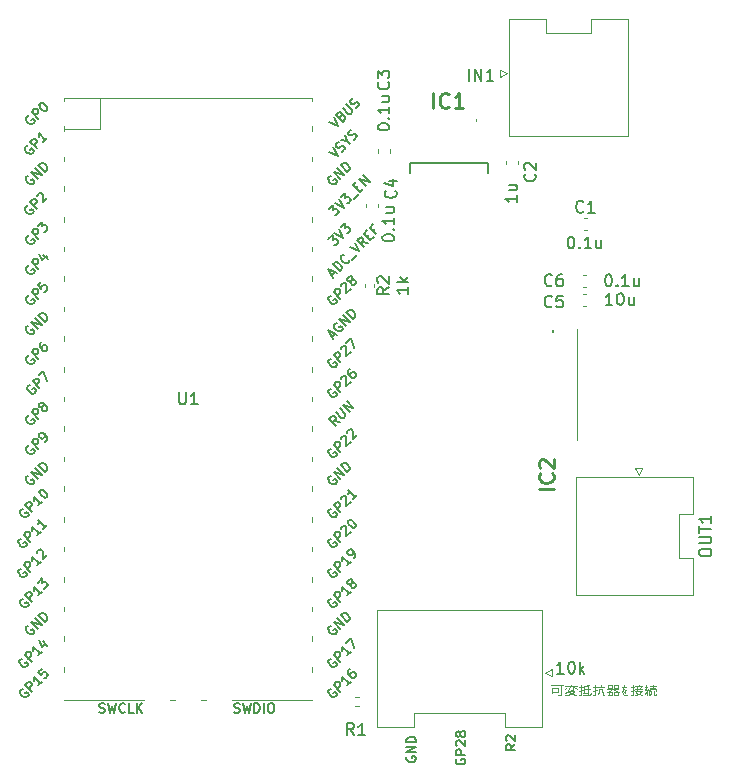
<source format=gbr>
%TF.GenerationSoftware,KiCad,Pcbnew,8.0.7*%
%TF.CreationDate,2025-03-03T11:15:17+09:00*%
%TF.ProjectId,dot_for1,646f745f-666f-4723-912e-6b696361645f,rev?*%
%TF.SameCoordinates,Original*%
%TF.FileFunction,Legend,Top*%
%TF.FilePolarity,Positive*%
%FSLAX46Y46*%
G04 Gerber Fmt 4.6, Leading zero omitted, Abs format (unit mm)*
G04 Created by KiCad (PCBNEW 8.0.7) date 2025-03-03 11:15:17*
%MOMM*%
%LPD*%
G01*
G04 APERTURE LIST*
%ADD10C,0.150000*%
%ADD11C,0.100000*%
%ADD12C,0.254000*%
%ADD13C,0.120000*%
%ADD14C,0.200000*%
G04 APERTURE END LIST*
D10*
X112494295Y-94253696D02*
X112113342Y-94520363D01*
X112494295Y-94710839D02*
X111694295Y-94710839D01*
X111694295Y-94710839D02*
X111694295Y-94406077D01*
X111694295Y-94406077D02*
X111732390Y-94329887D01*
X111732390Y-94329887D02*
X111770485Y-94291792D01*
X111770485Y-94291792D02*
X111846676Y-94253696D01*
X111846676Y-94253696D02*
X111960961Y-94253696D01*
X111960961Y-94253696D02*
X112037152Y-94291792D01*
X112037152Y-94291792D02*
X112075247Y-94329887D01*
X112075247Y-94329887D02*
X112113342Y-94406077D01*
X112113342Y-94406077D02*
X112113342Y-94710839D01*
X111770485Y-93948935D02*
X111732390Y-93910839D01*
X111732390Y-93910839D02*
X111694295Y-93834649D01*
X111694295Y-93834649D02*
X111694295Y-93644173D01*
X111694295Y-93644173D02*
X111732390Y-93567982D01*
X111732390Y-93567982D02*
X111770485Y-93529887D01*
X111770485Y-93529887D02*
X111846676Y-93491792D01*
X111846676Y-93491792D02*
X111922866Y-93491792D01*
X111922866Y-93491792D02*
X112037152Y-93529887D01*
X112037152Y-93529887D02*
X112494295Y-93987030D01*
X112494295Y-93987030D02*
X112494295Y-93491792D01*
X107532390Y-95491792D02*
X107494295Y-95567982D01*
X107494295Y-95567982D02*
X107494295Y-95682268D01*
X107494295Y-95682268D02*
X107532390Y-95796554D01*
X107532390Y-95796554D02*
X107608580Y-95872744D01*
X107608580Y-95872744D02*
X107684771Y-95910839D01*
X107684771Y-95910839D02*
X107837152Y-95948935D01*
X107837152Y-95948935D02*
X107951438Y-95948935D01*
X107951438Y-95948935D02*
X108103819Y-95910839D01*
X108103819Y-95910839D02*
X108180009Y-95872744D01*
X108180009Y-95872744D02*
X108256200Y-95796554D01*
X108256200Y-95796554D02*
X108294295Y-95682268D01*
X108294295Y-95682268D02*
X108294295Y-95606077D01*
X108294295Y-95606077D02*
X108256200Y-95491792D01*
X108256200Y-95491792D02*
X108218104Y-95453696D01*
X108218104Y-95453696D02*
X107951438Y-95453696D01*
X107951438Y-95453696D02*
X107951438Y-95606077D01*
X108294295Y-95110839D02*
X107494295Y-95110839D01*
X107494295Y-95110839D02*
X107494295Y-94806077D01*
X107494295Y-94806077D02*
X107532390Y-94729887D01*
X107532390Y-94729887D02*
X107570485Y-94691792D01*
X107570485Y-94691792D02*
X107646676Y-94653696D01*
X107646676Y-94653696D02*
X107760961Y-94653696D01*
X107760961Y-94653696D02*
X107837152Y-94691792D01*
X107837152Y-94691792D02*
X107875247Y-94729887D01*
X107875247Y-94729887D02*
X107913342Y-94806077D01*
X107913342Y-94806077D02*
X107913342Y-95110839D01*
X107570485Y-94348935D02*
X107532390Y-94310839D01*
X107532390Y-94310839D02*
X107494295Y-94234649D01*
X107494295Y-94234649D02*
X107494295Y-94044173D01*
X107494295Y-94044173D02*
X107532390Y-93967982D01*
X107532390Y-93967982D02*
X107570485Y-93929887D01*
X107570485Y-93929887D02*
X107646676Y-93891792D01*
X107646676Y-93891792D02*
X107722866Y-93891792D01*
X107722866Y-93891792D02*
X107837152Y-93929887D01*
X107837152Y-93929887D02*
X108294295Y-94387030D01*
X108294295Y-94387030D02*
X108294295Y-93891792D01*
X107837152Y-93434649D02*
X107799057Y-93510839D01*
X107799057Y-93510839D02*
X107760961Y-93548934D01*
X107760961Y-93548934D02*
X107684771Y-93587030D01*
X107684771Y-93587030D02*
X107646676Y-93587030D01*
X107646676Y-93587030D02*
X107570485Y-93548934D01*
X107570485Y-93548934D02*
X107532390Y-93510839D01*
X107532390Y-93510839D02*
X107494295Y-93434649D01*
X107494295Y-93434649D02*
X107494295Y-93282268D01*
X107494295Y-93282268D02*
X107532390Y-93206077D01*
X107532390Y-93206077D02*
X107570485Y-93167982D01*
X107570485Y-93167982D02*
X107646676Y-93129887D01*
X107646676Y-93129887D02*
X107684771Y-93129887D01*
X107684771Y-93129887D02*
X107760961Y-93167982D01*
X107760961Y-93167982D02*
X107799057Y-93206077D01*
X107799057Y-93206077D02*
X107837152Y-93282268D01*
X107837152Y-93282268D02*
X107837152Y-93434649D01*
X107837152Y-93434649D02*
X107875247Y-93510839D01*
X107875247Y-93510839D02*
X107913342Y-93548934D01*
X107913342Y-93548934D02*
X107989533Y-93587030D01*
X107989533Y-93587030D02*
X108141914Y-93587030D01*
X108141914Y-93587030D02*
X108218104Y-93548934D01*
X108218104Y-93548934D02*
X108256200Y-93510839D01*
X108256200Y-93510839D02*
X108294295Y-93434649D01*
X108294295Y-93434649D02*
X108294295Y-93282268D01*
X108294295Y-93282268D02*
X108256200Y-93206077D01*
X108256200Y-93206077D02*
X108218104Y-93167982D01*
X108218104Y-93167982D02*
X108141914Y-93129887D01*
X108141914Y-93129887D02*
X107989533Y-93129887D01*
X107989533Y-93129887D02*
X107913342Y-93167982D01*
X107913342Y-93167982D02*
X107875247Y-93206077D01*
X107875247Y-93206077D02*
X107837152Y-93282268D01*
X103332390Y-95291792D02*
X103294295Y-95367982D01*
X103294295Y-95367982D02*
X103294295Y-95482268D01*
X103294295Y-95482268D02*
X103332390Y-95596554D01*
X103332390Y-95596554D02*
X103408580Y-95672744D01*
X103408580Y-95672744D02*
X103484771Y-95710839D01*
X103484771Y-95710839D02*
X103637152Y-95748935D01*
X103637152Y-95748935D02*
X103751438Y-95748935D01*
X103751438Y-95748935D02*
X103903819Y-95710839D01*
X103903819Y-95710839D02*
X103980009Y-95672744D01*
X103980009Y-95672744D02*
X104056200Y-95596554D01*
X104056200Y-95596554D02*
X104094295Y-95482268D01*
X104094295Y-95482268D02*
X104094295Y-95406077D01*
X104094295Y-95406077D02*
X104056200Y-95291792D01*
X104056200Y-95291792D02*
X104018104Y-95253696D01*
X104018104Y-95253696D02*
X103751438Y-95253696D01*
X103751438Y-95253696D02*
X103751438Y-95406077D01*
X104094295Y-94910839D02*
X103294295Y-94910839D01*
X103294295Y-94910839D02*
X104094295Y-94453696D01*
X104094295Y-94453696D02*
X103294295Y-94453696D01*
X104094295Y-94072744D02*
X103294295Y-94072744D01*
X103294295Y-94072744D02*
X103294295Y-93882268D01*
X103294295Y-93882268D02*
X103332390Y-93767982D01*
X103332390Y-93767982D02*
X103408580Y-93691792D01*
X103408580Y-93691792D02*
X103484771Y-93653697D01*
X103484771Y-93653697D02*
X103637152Y-93615601D01*
X103637152Y-93615601D02*
X103751438Y-93615601D01*
X103751438Y-93615601D02*
X103903819Y-93653697D01*
X103903819Y-93653697D02*
X103980009Y-93691792D01*
X103980009Y-93691792D02*
X104056200Y-93767982D01*
X104056200Y-93767982D02*
X104094295Y-93882268D01*
X104094295Y-93882268D02*
X104094295Y-94072744D01*
D11*
X115541979Y-89258800D02*
X116532455Y-89258800D01*
X115656265Y-89830228D02*
X116113408Y-89830228D01*
X116151503Y-90096895D02*
X116380074Y-90096895D01*
X115656265Y-89487371D02*
X115656265Y-89906419D01*
X115656265Y-89487371D02*
X116113408Y-89487371D01*
X116113408Y-89487371D02*
X116113408Y-89830228D01*
X116380074Y-89258800D02*
X116380074Y-90096895D01*
X116722931Y-89296895D02*
X117713407Y-89296895D01*
X117218169Y-89639752D02*
X117370550Y-89639752D01*
X117218169Y-89182609D02*
X117218169Y-89296895D01*
X117370550Y-89296895D02*
X117370550Y-89601657D01*
X117522931Y-89411180D02*
X117713407Y-89601657D01*
X116913407Y-89411180D02*
X116761026Y-89563561D01*
X117027693Y-89754038D02*
X116761026Y-89868323D01*
X117141979Y-89296895D02*
X117065788Y-89525466D01*
X117065788Y-89525466D02*
X116951502Y-89639752D01*
X117027693Y-89754038D02*
X117484836Y-89754038D01*
X117484836Y-89754038D02*
X117370550Y-89906419D01*
X117370550Y-89906419D02*
X117180074Y-89982609D01*
X117180074Y-89982609D02*
X116951502Y-90058800D01*
X116951502Y-90058800D02*
X116722931Y-90096895D01*
X117027693Y-89754038D02*
X117141979Y-89906419D01*
X117141979Y-89906419D02*
X117332455Y-90020704D01*
X117332455Y-90020704D02*
X117637217Y-90096895D01*
X117903883Y-89411180D02*
X118246740Y-89411180D01*
X118322931Y-89563561D02*
X118856264Y-89563561D01*
X118246740Y-90058800D02*
X118665788Y-90058800D01*
X117941978Y-90096895D02*
X118094359Y-90096895D01*
X118094359Y-89182609D02*
X118094359Y-90096895D01*
X118322931Y-89296895D02*
X118322931Y-89906419D01*
X118246740Y-89639752D02*
X117903883Y-89754038D01*
X118627693Y-89258800D02*
X118665788Y-89487371D01*
X118665788Y-89487371D02*
X118627693Y-89601657D01*
X118627693Y-89601657D02*
X118703883Y-89982609D01*
X118780073Y-89220704D02*
X118399121Y-89296895D01*
X118589597Y-89868323D02*
X118208645Y-89906419D01*
X118894359Y-89906419D02*
X118856264Y-90096895D01*
X118856264Y-90096895D02*
X118780073Y-90058800D01*
X119465787Y-89373085D02*
X120037216Y-89373085D01*
X119084835Y-89411180D02*
X119427692Y-89411180D01*
X119122930Y-90096895D02*
X119275311Y-90096895D01*
X119275311Y-89182609D02*
X119275311Y-90096895D01*
X119732454Y-89182609D02*
X119732454Y-89334990D01*
X119427692Y-89677847D02*
X119084835Y-89754038D01*
X119580073Y-89525466D02*
X119580073Y-89792133D01*
X119580073Y-89792133D02*
X119541978Y-89982609D01*
X119580073Y-89525466D02*
X119884835Y-89525466D01*
X119884835Y-89525466D02*
X119922930Y-90096895D01*
X119922930Y-90096895D02*
X120037216Y-90096895D01*
X120037216Y-90096895D02*
X120113406Y-89944514D01*
X120380073Y-89487371D02*
X120684835Y-89487371D01*
X120837216Y-89487371D02*
X121141977Y-89487371D01*
X120265787Y-89601657D02*
X121218168Y-89601657D01*
X120380073Y-90058800D02*
X120684835Y-90058800D01*
X120380073Y-89258800D02*
X120380073Y-89487371D01*
X120418168Y-89792133D02*
X120418168Y-90096895D01*
X120380073Y-89258800D02*
X120684835Y-89258800D01*
X120684835Y-89258800D02*
X120684835Y-89487371D01*
X120303882Y-89830228D02*
X120684835Y-89830228D01*
X120684835Y-89830228D02*
X120684835Y-90096895D01*
X120837216Y-89258800D02*
X120837216Y-89487371D01*
X120837216Y-89258800D02*
X121180073Y-89258800D01*
X121180073Y-89258800D02*
X121180073Y-89487371D01*
X120722930Y-89601657D02*
X121256263Y-89830228D01*
X120722930Y-89525466D02*
X120570549Y-89715942D01*
X120570549Y-89715942D02*
X120265787Y-89830228D01*
X120837216Y-89830228D02*
X121180073Y-89830228D01*
X121180073Y-89830228D02*
X121180073Y-90096895D01*
X120837216Y-89830228D02*
X120837216Y-90096895D01*
X120837216Y-90058800D02*
X121180073Y-90058800D01*
X121561025Y-89373085D02*
X121903882Y-89373085D01*
X121751501Y-89220704D02*
X121561025Y-89792133D01*
X121561025Y-89792133D02*
X121713406Y-89563561D01*
X121713406Y-89563561D02*
X121789596Y-89639752D01*
X121789596Y-89639752D02*
X121827691Y-89868323D01*
X121980072Y-89601657D02*
X121637215Y-89868323D01*
X121637215Y-89868323D02*
X121637215Y-89982609D01*
X121637215Y-89982609D02*
X121751501Y-90096895D01*
X121751501Y-90096895D02*
X121941977Y-90096895D01*
X122665786Y-89296895D02*
X123237215Y-89296895D01*
X122284834Y-89411180D02*
X122589596Y-89411180D01*
X122627691Y-89563561D02*
X123275310Y-89563561D01*
X122627691Y-89715942D02*
X123275310Y-89715942D01*
X122322929Y-90096895D02*
X122475310Y-90096895D01*
X122475310Y-89182609D02*
X122475310Y-90096895D01*
X122970548Y-89182609D02*
X122970548Y-89334990D01*
X123122929Y-89334990D02*
X123084834Y-89525466D01*
X122818167Y-89373085D02*
X122856263Y-89563561D01*
X122856263Y-89563561D02*
X122741977Y-89906419D01*
X122741977Y-89906419D02*
X123237215Y-90096895D01*
X122589596Y-89677847D02*
X122284834Y-89754038D01*
X123122929Y-89715942D02*
X123046739Y-89906419D01*
X123046739Y-89906419D02*
X122970548Y-89982609D01*
X122970548Y-89982609D02*
X122627691Y-90096895D01*
X123884834Y-89296895D02*
X124456262Y-89296895D01*
X123922929Y-89449276D02*
X124380072Y-89449276D01*
X123465786Y-89677847D02*
X123808643Y-89677847D01*
X124265786Y-90096895D02*
X124456262Y-90096895D01*
X123656262Y-89639752D02*
X123656262Y-90096895D01*
X124151500Y-89182609D02*
X124151500Y-89449276D01*
X124265786Y-89715942D02*
X124265786Y-90096895D01*
X123884834Y-89601657D02*
X124418167Y-89601657D01*
X124418167Y-89601657D02*
X124418167Y-89715942D01*
X124456262Y-89982609D02*
X124456262Y-90096895D01*
X123465786Y-89373085D02*
X123618167Y-89487371D01*
X123618167Y-89487371D02*
X123503881Y-89639752D01*
X123808643Y-89754038D02*
X123808643Y-89944514D01*
X123732453Y-89525466D02*
X123808643Y-89715942D01*
X123618167Y-89182609D02*
X123541976Y-89411180D01*
X123770548Y-89296895D02*
X123618167Y-89487371D01*
X123541976Y-89792133D02*
X123465786Y-89982609D01*
X123884834Y-89601657D02*
X123884834Y-89715942D01*
X124037215Y-89754038D02*
X124037215Y-89944514D01*
X124037215Y-89944514D02*
X123846738Y-90096895D01*
D10*
X101824819Y-55566666D02*
X101348628Y-55899999D01*
X101824819Y-56138094D02*
X100824819Y-56138094D01*
X100824819Y-56138094D02*
X100824819Y-55757142D01*
X100824819Y-55757142D02*
X100872438Y-55661904D01*
X100872438Y-55661904D02*
X100920057Y-55614285D01*
X100920057Y-55614285D02*
X101015295Y-55566666D01*
X101015295Y-55566666D02*
X101158152Y-55566666D01*
X101158152Y-55566666D02*
X101253390Y-55614285D01*
X101253390Y-55614285D02*
X101301009Y-55661904D01*
X101301009Y-55661904D02*
X101348628Y-55757142D01*
X101348628Y-55757142D02*
X101348628Y-56138094D01*
X100920057Y-55185713D02*
X100872438Y-55138094D01*
X100872438Y-55138094D02*
X100824819Y-55042856D01*
X100824819Y-55042856D02*
X100824819Y-54804761D01*
X100824819Y-54804761D02*
X100872438Y-54709523D01*
X100872438Y-54709523D02*
X100920057Y-54661904D01*
X100920057Y-54661904D02*
X101015295Y-54614285D01*
X101015295Y-54614285D02*
X101110533Y-54614285D01*
X101110533Y-54614285D02*
X101253390Y-54661904D01*
X101253390Y-54661904D02*
X101824819Y-55233332D01*
X101824819Y-55233332D02*
X101824819Y-54614285D01*
X103454819Y-55519047D02*
X103454819Y-56090475D01*
X103454819Y-55804761D02*
X102454819Y-55804761D01*
X102454819Y-55804761D02*
X102597676Y-55899999D01*
X102597676Y-55899999D02*
X102692914Y-55995237D01*
X102692914Y-55995237D02*
X102740533Y-56090475D01*
X103454819Y-55090475D02*
X102454819Y-55090475D01*
X103073866Y-54995237D02*
X103454819Y-54709523D01*
X102788152Y-54709523D02*
X103169104Y-55090475D01*
X108600000Y-38054819D02*
X108600000Y-37054819D01*
X109076190Y-38054819D02*
X109076190Y-37054819D01*
X109076190Y-37054819D02*
X109647618Y-38054819D01*
X109647618Y-38054819D02*
X109647618Y-37054819D01*
X110647618Y-38054819D02*
X110076190Y-38054819D01*
X110361904Y-38054819D02*
X110361904Y-37054819D01*
X110361904Y-37054819D02*
X110266666Y-37197676D01*
X110266666Y-37197676D02*
X110171428Y-37292914D01*
X110171428Y-37292914D02*
X110076190Y-37340533D01*
D12*
X105560237Y-40374318D02*
X105560237Y-39104318D01*
X106890714Y-40253365D02*
X106830238Y-40313842D01*
X106830238Y-40313842D02*
X106648809Y-40374318D01*
X106648809Y-40374318D02*
X106527857Y-40374318D01*
X106527857Y-40374318D02*
X106346428Y-40313842D01*
X106346428Y-40313842D02*
X106225476Y-40192889D01*
X106225476Y-40192889D02*
X106164999Y-40071937D01*
X106164999Y-40071937D02*
X106104523Y-39830032D01*
X106104523Y-39830032D02*
X106104523Y-39648603D01*
X106104523Y-39648603D02*
X106164999Y-39406699D01*
X106164999Y-39406699D02*
X106225476Y-39285746D01*
X106225476Y-39285746D02*
X106346428Y-39164794D01*
X106346428Y-39164794D02*
X106527857Y-39104318D01*
X106527857Y-39104318D02*
X106648809Y-39104318D01*
X106648809Y-39104318D02*
X106830238Y-39164794D01*
X106830238Y-39164794D02*
X106890714Y-39225270D01*
X108100238Y-40374318D02*
X107374523Y-40374318D01*
X107737380Y-40374318D02*
X107737380Y-39104318D01*
X107737380Y-39104318D02*
X107616428Y-39285746D01*
X107616428Y-39285746D02*
X107495476Y-39406699D01*
X107495476Y-39406699D02*
X107374523Y-39467175D01*
D10*
X118273333Y-49129580D02*
X118225714Y-49177200D01*
X118225714Y-49177200D02*
X118082857Y-49224819D01*
X118082857Y-49224819D02*
X117987619Y-49224819D01*
X117987619Y-49224819D02*
X117844762Y-49177200D01*
X117844762Y-49177200D02*
X117749524Y-49081961D01*
X117749524Y-49081961D02*
X117701905Y-48986723D01*
X117701905Y-48986723D02*
X117654286Y-48796247D01*
X117654286Y-48796247D02*
X117654286Y-48653390D01*
X117654286Y-48653390D02*
X117701905Y-48462914D01*
X117701905Y-48462914D02*
X117749524Y-48367676D01*
X117749524Y-48367676D02*
X117844762Y-48272438D01*
X117844762Y-48272438D02*
X117987619Y-48224819D01*
X117987619Y-48224819D02*
X118082857Y-48224819D01*
X118082857Y-48224819D02*
X118225714Y-48272438D01*
X118225714Y-48272438D02*
X118273333Y-48320057D01*
X119225714Y-49224819D02*
X118654286Y-49224819D01*
X118940000Y-49224819D02*
X118940000Y-48224819D01*
X118940000Y-48224819D02*
X118844762Y-48367676D01*
X118844762Y-48367676D02*
X118749524Y-48462914D01*
X118749524Y-48462914D02*
X118654286Y-48510533D01*
X117185714Y-51254819D02*
X117280952Y-51254819D01*
X117280952Y-51254819D02*
X117376190Y-51302438D01*
X117376190Y-51302438D02*
X117423809Y-51350057D01*
X117423809Y-51350057D02*
X117471428Y-51445295D01*
X117471428Y-51445295D02*
X117519047Y-51635771D01*
X117519047Y-51635771D02*
X117519047Y-51873866D01*
X117519047Y-51873866D02*
X117471428Y-52064342D01*
X117471428Y-52064342D02*
X117423809Y-52159580D01*
X117423809Y-52159580D02*
X117376190Y-52207200D01*
X117376190Y-52207200D02*
X117280952Y-52254819D01*
X117280952Y-52254819D02*
X117185714Y-52254819D01*
X117185714Y-52254819D02*
X117090476Y-52207200D01*
X117090476Y-52207200D02*
X117042857Y-52159580D01*
X117042857Y-52159580D02*
X116995238Y-52064342D01*
X116995238Y-52064342D02*
X116947619Y-51873866D01*
X116947619Y-51873866D02*
X116947619Y-51635771D01*
X116947619Y-51635771D02*
X116995238Y-51445295D01*
X116995238Y-51445295D02*
X117042857Y-51350057D01*
X117042857Y-51350057D02*
X117090476Y-51302438D01*
X117090476Y-51302438D02*
X117185714Y-51254819D01*
X117947619Y-52159580D02*
X117995238Y-52207200D01*
X117995238Y-52207200D02*
X117947619Y-52254819D01*
X117947619Y-52254819D02*
X117900000Y-52207200D01*
X117900000Y-52207200D02*
X117947619Y-52159580D01*
X117947619Y-52159580D02*
X117947619Y-52254819D01*
X118947618Y-52254819D02*
X118376190Y-52254819D01*
X118661904Y-52254819D02*
X118661904Y-51254819D01*
X118661904Y-51254819D02*
X118566666Y-51397676D01*
X118566666Y-51397676D02*
X118471428Y-51492914D01*
X118471428Y-51492914D02*
X118376190Y-51540533D01*
X119804761Y-51588152D02*
X119804761Y-52254819D01*
X119376190Y-51588152D02*
X119376190Y-52111961D01*
X119376190Y-52111961D02*
X119423809Y-52207200D01*
X119423809Y-52207200D02*
X119519047Y-52254819D01*
X119519047Y-52254819D02*
X119661904Y-52254819D01*
X119661904Y-52254819D02*
X119757142Y-52207200D01*
X119757142Y-52207200D02*
X119804761Y-52159580D01*
D12*
X115774318Y-72639762D02*
X114504318Y-72639762D01*
X115653365Y-71309285D02*
X115713842Y-71369761D01*
X115713842Y-71369761D02*
X115774318Y-71551190D01*
X115774318Y-71551190D02*
X115774318Y-71672142D01*
X115774318Y-71672142D02*
X115713842Y-71853571D01*
X115713842Y-71853571D02*
X115592889Y-71974523D01*
X115592889Y-71974523D02*
X115471937Y-72035000D01*
X115471937Y-72035000D02*
X115230032Y-72095476D01*
X115230032Y-72095476D02*
X115048603Y-72095476D01*
X115048603Y-72095476D02*
X114806699Y-72035000D01*
X114806699Y-72035000D02*
X114685746Y-71974523D01*
X114685746Y-71974523D02*
X114564794Y-71853571D01*
X114564794Y-71853571D02*
X114504318Y-71672142D01*
X114504318Y-71672142D02*
X114504318Y-71551190D01*
X114504318Y-71551190D02*
X114564794Y-71369761D01*
X114564794Y-71369761D02*
X114625270Y-71309285D01*
X114625270Y-70825476D02*
X114564794Y-70765000D01*
X114564794Y-70765000D02*
X114504318Y-70644047D01*
X114504318Y-70644047D02*
X114504318Y-70341666D01*
X114504318Y-70341666D02*
X114564794Y-70220714D01*
X114564794Y-70220714D02*
X114625270Y-70160238D01*
X114625270Y-70160238D02*
X114746222Y-70099761D01*
X114746222Y-70099761D02*
X114867175Y-70099761D01*
X114867175Y-70099761D02*
X115048603Y-70160238D01*
X115048603Y-70160238D02*
X115774318Y-70885952D01*
X115774318Y-70885952D02*
X115774318Y-70099761D01*
D10*
X102359580Y-47366666D02*
X102407200Y-47414285D01*
X102407200Y-47414285D02*
X102454819Y-47557142D01*
X102454819Y-47557142D02*
X102454819Y-47652380D01*
X102454819Y-47652380D02*
X102407200Y-47795237D01*
X102407200Y-47795237D02*
X102311961Y-47890475D01*
X102311961Y-47890475D02*
X102216723Y-47938094D01*
X102216723Y-47938094D02*
X102026247Y-47985713D01*
X102026247Y-47985713D02*
X101883390Y-47985713D01*
X101883390Y-47985713D02*
X101692914Y-47938094D01*
X101692914Y-47938094D02*
X101597676Y-47890475D01*
X101597676Y-47890475D02*
X101502438Y-47795237D01*
X101502438Y-47795237D02*
X101454819Y-47652380D01*
X101454819Y-47652380D02*
X101454819Y-47557142D01*
X101454819Y-47557142D02*
X101502438Y-47414285D01*
X101502438Y-47414285D02*
X101550057Y-47366666D01*
X101788152Y-46509523D02*
X102454819Y-46509523D01*
X101407200Y-46747618D02*
X102121485Y-46985713D01*
X102121485Y-46985713D02*
X102121485Y-46366666D01*
X101254819Y-51414285D02*
X101254819Y-51319047D01*
X101254819Y-51319047D02*
X101302438Y-51223809D01*
X101302438Y-51223809D02*
X101350057Y-51176190D01*
X101350057Y-51176190D02*
X101445295Y-51128571D01*
X101445295Y-51128571D02*
X101635771Y-51080952D01*
X101635771Y-51080952D02*
X101873866Y-51080952D01*
X101873866Y-51080952D02*
X102064342Y-51128571D01*
X102064342Y-51128571D02*
X102159580Y-51176190D01*
X102159580Y-51176190D02*
X102207200Y-51223809D01*
X102207200Y-51223809D02*
X102254819Y-51319047D01*
X102254819Y-51319047D02*
X102254819Y-51414285D01*
X102254819Y-51414285D02*
X102207200Y-51509523D01*
X102207200Y-51509523D02*
X102159580Y-51557142D01*
X102159580Y-51557142D02*
X102064342Y-51604761D01*
X102064342Y-51604761D02*
X101873866Y-51652380D01*
X101873866Y-51652380D02*
X101635771Y-51652380D01*
X101635771Y-51652380D02*
X101445295Y-51604761D01*
X101445295Y-51604761D02*
X101350057Y-51557142D01*
X101350057Y-51557142D02*
X101302438Y-51509523D01*
X101302438Y-51509523D02*
X101254819Y-51414285D01*
X102159580Y-50652380D02*
X102207200Y-50604761D01*
X102207200Y-50604761D02*
X102254819Y-50652380D01*
X102254819Y-50652380D02*
X102207200Y-50699999D01*
X102207200Y-50699999D02*
X102159580Y-50652380D01*
X102159580Y-50652380D02*
X102254819Y-50652380D01*
X102254819Y-49652381D02*
X102254819Y-50223809D01*
X102254819Y-49938095D02*
X101254819Y-49938095D01*
X101254819Y-49938095D02*
X101397676Y-50033333D01*
X101397676Y-50033333D02*
X101492914Y-50128571D01*
X101492914Y-50128571D02*
X101540533Y-50223809D01*
X101588152Y-48795238D02*
X102254819Y-48795238D01*
X101588152Y-49223809D02*
X102111961Y-49223809D01*
X102111961Y-49223809D02*
X102207200Y-49176190D01*
X102207200Y-49176190D02*
X102254819Y-49080952D01*
X102254819Y-49080952D02*
X102254819Y-48938095D01*
X102254819Y-48938095D02*
X102207200Y-48842857D01*
X102207200Y-48842857D02*
X102159580Y-48795238D01*
X101759580Y-38166666D02*
X101807200Y-38214285D01*
X101807200Y-38214285D02*
X101854819Y-38357142D01*
X101854819Y-38357142D02*
X101854819Y-38452380D01*
X101854819Y-38452380D02*
X101807200Y-38595237D01*
X101807200Y-38595237D02*
X101711961Y-38690475D01*
X101711961Y-38690475D02*
X101616723Y-38738094D01*
X101616723Y-38738094D02*
X101426247Y-38785713D01*
X101426247Y-38785713D02*
X101283390Y-38785713D01*
X101283390Y-38785713D02*
X101092914Y-38738094D01*
X101092914Y-38738094D02*
X100997676Y-38690475D01*
X100997676Y-38690475D02*
X100902438Y-38595237D01*
X100902438Y-38595237D02*
X100854819Y-38452380D01*
X100854819Y-38452380D02*
X100854819Y-38357142D01*
X100854819Y-38357142D02*
X100902438Y-38214285D01*
X100902438Y-38214285D02*
X100950057Y-38166666D01*
X100854819Y-37833332D02*
X100854819Y-37214285D01*
X100854819Y-37214285D02*
X101235771Y-37547618D01*
X101235771Y-37547618D02*
X101235771Y-37404761D01*
X101235771Y-37404761D02*
X101283390Y-37309523D01*
X101283390Y-37309523D02*
X101331009Y-37261904D01*
X101331009Y-37261904D02*
X101426247Y-37214285D01*
X101426247Y-37214285D02*
X101664342Y-37214285D01*
X101664342Y-37214285D02*
X101759580Y-37261904D01*
X101759580Y-37261904D02*
X101807200Y-37309523D01*
X101807200Y-37309523D02*
X101854819Y-37404761D01*
X101854819Y-37404761D02*
X101854819Y-37690475D01*
X101854819Y-37690475D02*
X101807200Y-37785713D01*
X101807200Y-37785713D02*
X101759580Y-37833332D01*
X100854819Y-42014285D02*
X100854819Y-41919047D01*
X100854819Y-41919047D02*
X100902438Y-41823809D01*
X100902438Y-41823809D02*
X100950057Y-41776190D01*
X100950057Y-41776190D02*
X101045295Y-41728571D01*
X101045295Y-41728571D02*
X101235771Y-41680952D01*
X101235771Y-41680952D02*
X101473866Y-41680952D01*
X101473866Y-41680952D02*
X101664342Y-41728571D01*
X101664342Y-41728571D02*
X101759580Y-41776190D01*
X101759580Y-41776190D02*
X101807200Y-41823809D01*
X101807200Y-41823809D02*
X101854819Y-41919047D01*
X101854819Y-41919047D02*
X101854819Y-42014285D01*
X101854819Y-42014285D02*
X101807200Y-42109523D01*
X101807200Y-42109523D02*
X101759580Y-42157142D01*
X101759580Y-42157142D02*
X101664342Y-42204761D01*
X101664342Y-42204761D02*
X101473866Y-42252380D01*
X101473866Y-42252380D02*
X101235771Y-42252380D01*
X101235771Y-42252380D02*
X101045295Y-42204761D01*
X101045295Y-42204761D02*
X100950057Y-42157142D01*
X100950057Y-42157142D02*
X100902438Y-42109523D01*
X100902438Y-42109523D02*
X100854819Y-42014285D01*
X101759580Y-41252380D02*
X101807200Y-41204761D01*
X101807200Y-41204761D02*
X101854819Y-41252380D01*
X101854819Y-41252380D02*
X101807200Y-41299999D01*
X101807200Y-41299999D02*
X101759580Y-41252380D01*
X101759580Y-41252380D02*
X101854819Y-41252380D01*
X101854819Y-40252381D02*
X101854819Y-40823809D01*
X101854819Y-40538095D02*
X100854819Y-40538095D01*
X100854819Y-40538095D02*
X100997676Y-40633333D01*
X100997676Y-40633333D02*
X101092914Y-40728571D01*
X101092914Y-40728571D02*
X101140533Y-40823809D01*
X101188152Y-39395238D02*
X101854819Y-39395238D01*
X101188152Y-39823809D02*
X101711961Y-39823809D01*
X101711961Y-39823809D02*
X101807200Y-39776190D01*
X101807200Y-39776190D02*
X101854819Y-39680952D01*
X101854819Y-39680952D02*
X101854819Y-39538095D01*
X101854819Y-39538095D02*
X101807200Y-39442857D01*
X101807200Y-39442857D02*
X101759580Y-39395238D01*
X128104819Y-78098690D02*
X128104819Y-77908214D01*
X128104819Y-77908214D02*
X128152438Y-77812976D01*
X128152438Y-77812976D02*
X128247676Y-77717738D01*
X128247676Y-77717738D02*
X128438152Y-77670119D01*
X128438152Y-77670119D02*
X128771485Y-77670119D01*
X128771485Y-77670119D02*
X128961961Y-77717738D01*
X128961961Y-77717738D02*
X129057200Y-77812976D01*
X129057200Y-77812976D02*
X129104819Y-77908214D01*
X129104819Y-77908214D02*
X129104819Y-78098690D01*
X129104819Y-78098690D02*
X129057200Y-78193928D01*
X129057200Y-78193928D02*
X128961961Y-78289166D01*
X128961961Y-78289166D02*
X128771485Y-78336785D01*
X128771485Y-78336785D02*
X128438152Y-78336785D01*
X128438152Y-78336785D02*
X128247676Y-78289166D01*
X128247676Y-78289166D02*
X128152438Y-78193928D01*
X128152438Y-78193928D02*
X128104819Y-78098690D01*
X128104819Y-77241547D02*
X128914342Y-77241547D01*
X128914342Y-77241547D02*
X129009580Y-77193928D01*
X129009580Y-77193928D02*
X129057200Y-77146309D01*
X129057200Y-77146309D02*
X129104819Y-77051071D01*
X129104819Y-77051071D02*
X129104819Y-76860595D01*
X129104819Y-76860595D02*
X129057200Y-76765357D01*
X129057200Y-76765357D02*
X129009580Y-76717738D01*
X129009580Y-76717738D02*
X128914342Y-76670119D01*
X128914342Y-76670119D02*
X128104819Y-76670119D01*
X128104819Y-76336785D02*
X128104819Y-75765357D01*
X129104819Y-76051071D02*
X128104819Y-76051071D01*
X129104819Y-74908214D02*
X129104819Y-75479642D01*
X129104819Y-75193928D02*
X128104819Y-75193928D01*
X128104819Y-75193928D02*
X128247676Y-75289166D01*
X128247676Y-75289166D02*
X128342914Y-75384404D01*
X128342914Y-75384404D02*
X128390533Y-75479642D01*
X116604761Y-88254819D02*
X116033333Y-88254819D01*
X116319047Y-88254819D02*
X116319047Y-87254819D01*
X116319047Y-87254819D02*
X116223809Y-87397676D01*
X116223809Y-87397676D02*
X116128571Y-87492914D01*
X116128571Y-87492914D02*
X116033333Y-87540533D01*
X117223809Y-87254819D02*
X117319047Y-87254819D01*
X117319047Y-87254819D02*
X117414285Y-87302438D01*
X117414285Y-87302438D02*
X117461904Y-87350057D01*
X117461904Y-87350057D02*
X117509523Y-87445295D01*
X117509523Y-87445295D02*
X117557142Y-87635771D01*
X117557142Y-87635771D02*
X117557142Y-87873866D01*
X117557142Y-87873866D02*
X117509523Y-88064342D01*
X117509523Y-88064342D02*
X117461904Y-88159580D01*
X117461904Y-88159580D02*
X117414285Y-88207200D01*
X117414285Y-88207200D02*
X117319047Y-88254819D01*
X117319047Y-88254819D02*
X117223809Y-88254819D01*
X117223809Y-88254819D02*
X117128571Y-88207200D01*
X117128571Y-88207200D02*
X117080952Y-88159580D01*
X117080952Y-88159580D02*
X117033333Y-88064342D01*
X117033333Y-88064342D02*
X116985714Y-87873866D01*
X116985714Y-87873866D02*
X116985714Y-87635771D01*
X116985714Y-87635771D02*
X117033333Y-87445295D01*
X117033333Y-87445295D02*
X117080952Y-87350057D01*
X117080952Y-87350057D02*
X117128571Y-87302438D01*
X117128571Y-87302438D02*
X117223809Y-87254819D01*
X117985714Y-88254819D02*
X117985714Y-87254819D01*
X118080952Y-87873866D02*
X118366666Y-88254819D01*
X118366666Y-87588152D02*
X117985714Y-87969104D01*
X115605333Y-55359580D02*
X115557714Y-55407200D01*
X115557714Y-55407200D02*
X115414857Y-55454819D01*
X115414857Y-55454819D02*
X115319619Y-55454819D01*
X115319619Y-55454819D02*
X115176762Y-55407200D01*
X115176762Y-55407200D02*
X115081524Y-55311961D01*
X115081524Y-55311961D02*
X115033905Y-55216723D01*
X115033905Y-55216723D02*
X114986286Y-55026247D01*
X114986286Y-55026247D02*
X114986286Y-54883390D01*
X114986286Y-54883390D02*
X115033905Y-54692914D01*
X115033905Y-54692914D02*
X115081524Y-54597676D01*
X115081524Y-54597676D02*
X115176762Y-54502438D01*
X115176762Y-54502438D02*
X115319619Y-54454819D01*
X115319619Y-54454819D02*
X115414857Y-54454819D01*
X115414857Y-54454819D02*
X115557714Y-54502438D01*
X115557714Y-54502438D02*
X115605333Y-54550057D01*
X116462476Y-54454819D02*
X116272000Y-54454819D01*
X116272000Y-54454819D02*
X116176762Y-54502438D01*
X116176762Y-54502438D02*
X116129143Y-54550057D01*
X116129143Y-54550057D02*
X116033905Y-54692914D01*
X116033905Y-54692914D02*
X115986286Y-54883390D01*
X115986286Y-54883390D02*
X115986286Y-55264342D01*
X115986286Y-55264342D02*
X116033905Y-55359580D01*
X116033905Y-55359580D02*
X116081524Y-55407200D01*
X116081524Y-55407200D02*
X116176762Y-55454819D01*
X116176762Y-55454819D02*
X116367238Y-55454819D01*
X116367238Y-55454819D02*
X116462476Y-55407200D01*
X116462476Y-55407200D02*
X116510095Y-55359580D01*
X116510095Y-55359580D02*
X116557714Y-55264342D01*
X116557714Y-55264342D02*
X116557714Y-55026247D01*
X116557714Y-55026247D02*
X116510095Y-54931009D01*
X116510095Y-54931009D02*
X116462476Y-54883390D01*
X116462476Y-54883390D02*
X116367238Y-54835771D01*
X116367238Y-54835771D02*
X116176762Y-54835771D01*
X116176762Y-54835771D02*
X116081524Y-54883390D01*
X116081524Y-54883390D02*
X116033905Y-54931009D01*
X116033905Y-54931009D02*
X115986286Y-55026247D01*
X120357714Y-54454819D02*
X120452952Y-54454819D01*
X120452952Y-54454819D02*
X120548190Y-54502438D01*
X120548190Y-54502438D02*
X120595809Y-54550057D01*
X120595809Y-54550057D02*
X120643428Y-54645295D01*
X120643428Y-54645295D02*
X120691047Y-54835771D01*
X120691047Y-54835771D02*
X120691047Y-55073866D01*
X120691047Y-55073866D02*
X120643428Y-55264342D01*
X120643428Y-55264342D02*
X120595809Y-55359580D01*
X120595809Y-55359580D02*
X120548190Y-55407200D01*
X120548190Y-55407200D02*
X120452952Y-55454819D01*
X120452952Y-55454819D02*
X120357714Y-55454819D01*
X120357714Y-55454819D02*
X120262476Y-55407200D01*
X120262476Y-55407200D02*
X120214857Y-55359580D01*
X120214857Y-55359580D02*
X120167238Y-55264342D01*
X120167238Y-55264342D02*
X120119619Y-55073866D01*
X120119619Y-55073866D02*
X120119619Y-54835771D01*
X120119619Y-54835771D02*
X120167238Y-54645295D01*
X120167238Y-54645295D02*
X120214857Y-54550057D01*
X120214857Y-54550057D02*
X120262476Y-54502438D01*
X120262476Y-54502438D02*
X120357714Y-54454819D01*
X121119619Y-55359580D02*
X121167238Y-55407200D01*
X121167238Y-55407200D02*
X121119619Y-55454819D01*
X121119619Y-55454819D02*
X121072000Y-55407200D01*
X121072000Y-55407200D02*
X121119619Y-55359580D01*
X121119619Y-55359580D02*
X121119619Y-55454819D01*
X122119618Y-55454819D02*
X121548190Y-55454819D01*
X121833904Y-55454819D02*
X121833904Y-54454819D01*
X121833904Y-54454819D02*
X121738666Y-54597676D01*
X121738666Y-54597676D02*
X121643428Y-54692914D01*
X121643428Y-54692914D02*
X121548190Y-54740533D01*
X122976761Y-54788152D02*
X122976761Y-55454819D01*
X122548190Y-54788152D02*
X122548190Y-55311961D01*
X122548190Y-55311961D02*
X122595809Y-55407200D01*
X122595809Y-55407200D02*
X122691047Y-55454819D01*
X122691047Y-55454819D02*
X122833904Y-55454819D01*
X122833904Y-55454819D02*
X122929142Y-55407200D01*
X122929142Y-55407200D02*
X122976761Y-55359580D01*
X98833333Y-93454819D02*
X98500000Y-92978628D01*
X98261905Y-93454819D02*
X98261905Y-92454819D01*
X98261905Y-92454819D02*
X98642857Y-92454819D01*
X98642857Y-92454819D02*
X98738095Y-92502438D01*
X98738095Y-92502438D02*
X98785714Y-92550057D01*
X98785714Y-92550057D02*
X98833333Y-92645295D01*
X98833333Y-92645295D02*
X98833333Y-92788152D01*
X98833333Y-92788152D02*
X98785714Y-92883390D01*
X98785714Y-92883390D02*
X98738095Y-92931009D01*
X98738095Y-92931009D02*
X98642857Y-92978628D01*
X98642857Y-92978628D02*
X98261905Y-92978628D01*
X99785714Y-93454819D02*
X99214286Y-93454819D01*
X99500000Y-93454819D02*
X99500000Y-92454819D01*
X99500000Y-92454819D02*
X99404762Y-92597676D01*
X99404762Y-92597676D02*
X99309524Y-92692914D01*
X99309524Y-92692914D02*
X99214286Y-92740533D01*
X114159580Y-45966666D02*
X114207200Y-46014285D01*
X114207200Y-46014285D02*
X114254819Y-46157142D01*
X114254819Y-46157142D02*
X114254819Y-46252380D01*
X114254819Y-46252380D02*
X114207200Y-46395237D01*
X114207200Y-46395237D02*
X114111961Y-46490475D01*
X114111961Y-46490475D02*
X114016723Y-46538094D01*
X114016723Y-46538094D02*
X113826247Y-46585713D01*
X113826247Y-46585713D02*
X113683390Y-46585713D01*
X113683390Y-46585713D02*
X113492914Y-46538094D01*
X113492914Y-46538094D02*
X113397676Y-46490475D01*
X113397676Y-46490475D02*
X113302438Y-46395237D01*
X113302438Y-46395237D02*
X113254819Y-46252380D01*
X113254819Y-46252380D02*
X113254819Y-46157142D01*
X113254819Y-46157142D02*
X113302438Y-46014285D01*
X113302438Y-46014285D02*
X113350057Y-45966666D01*
X113350057Y-45585713D02*
X113302438Y-45538094D01*
X113302438Y-45538094D02*
X113254819Y-45442856D01*
X113254819Y-45442856D02*
X113254819Y-45204761D01*
X113254819Y-45204761D02*
X113302438Y-45109523D01*
X113302438Y-45109523D02*
X113350057Y-45061904D01*
X113350057Y-45061904D02*
X113445295Y-45014285D01*
X113445295Y-45014285D02*
X113540533Y-45014285D01*
X113540533Y-45014285D02*
X113683390Y-45061904D01*
X113683390Y-45061904D02*
X114254819Y-45633332D01*
X114254819Y-45633332D02*
X114254819Y-45014285D01*
X112654819Y-47766666D02*
X112654819Y-48338094D01*
X112654819Y-48052380D02*
X111654819Y-48052380D01*
X111654819Y-48052380D02*
X111797676Y-48147618D01*
X111797676Y-48147618D02*
X111892914Y-48242856D01*
X111892914Y-48242856D02*
X111940533Y-48338094D01*
X111988152Y-46909523D02*
X112654819Y-46909523D01*
X111988152Y-47338094D02*
X112511961Y-47338094D01*
X112511961Y-47338094D02*
X112607200Y-47290475D01*
X112607200Y-47290475D02*
X112654819Y-47195237D01*
X112654819Y-47195237D02*
X112654819Y-47052380D01*
X112654819Y-47052380D02*
X112607200Y-46957142D01*
X112607200Y-46957142D02*
X112559580Y-46909523D01*
X84038095Y-64454819D02*
X84038095Y-65264342D01*
X84038095Y-65264342D02*
X84085714Y-65359580D01*
X84085714Y-65359580D02*
X84133333Y-65407200D01*
X84133333Y-65407200D02*
X84228571Y-65454819D01*
X84228571Y-65454819D02*
X84419047Y-65454819D01*
X84419047Y-65454819D02*
X84514285Y-65407200D01*
X84514285Y-65407200D02*
X84561904Y-65359580D01*
X84561904Y-65359580D02*
X84609523Y-65264342D01*
X84609523Y-65264342D02*
X84609523Y-64454819D01*
X85609523Y-65454819D02*
X85038095Y-65454819D01*
X85323809Y-65454819D02*
X85323809Y-64454819D01*
X85323809Y-64454819D02*
X85228571Y-64597676D01*
X85228571Y-64597676D02*
X85133333Y-64692914D01*
X85133333Y-64692914D02*
X85038095Y-64740533D01*
X70789998Y-81900868D02*
X70709185Y-81927805D01*
X70709185Y-81927805D02*
X70628373Y-82008618D01*
X70628373Y-82008618D02*
X70574498Y-82116367D01*
X70574498Y-82116367D02*
X70574498Y-82224117D01*
X70574498Y-82224117D02*
X70601436Y-82304929D01*
X70601436Y-82304929D02*
X70682248Y-82439616D01*
X70682248Y-82439616D02*
X70763060Y-82520428D01*
X70763060Y-82520428D02*
X70897747Y-82601241D01*
X70897747Y-82601241D02*
X70978560Y-82628178D01*
X70978560Y-82628178D02*
X71086309Y-82628178D01*
X71086309Y-82628178D02*
X71194059Y-82574303D01*
X71194059Y-82574303D02*
X71247934Y-82520428D01*
X71247934Y-82520428D02*
X71301808Y-82412679D01*
X71301808Y-82412679D02*
X71301808Y-82358804D01*
X71301808Y-82358804D02*
X71113247Y-82170242D01*
X71113247Y-82170242D02*
X71005497Y-82277992D01*
X71598120Y-82170242D02*
X71032434Y-81604557D01*
X71032434Y-81604557D02*
X71247934Y-81389057D01*
X71247934Y-81389057D02*
X71328746Y-81362120D01*
X71328746Y-81362120D02*
X71382621Y-81362120D01*
X71382621Y-81362120D02*
X71463433Y-81389057D01*
X71463433Y-81389057D02*
X71544245Y-81469870D01*
X71544245Y-81469870D02*
X71571182Y-81550682D01*
X71571182Y-81550682D02*
X71571182Y-81604557D01*
X71571182Y-81604557D02*
X71544245Y-81685369D01*
X71544245Y-81685369D02*
X71328746Y-81900868D01*
X72460117Y-81308245D02*
X72136868Y-81631494D01*
X72298492Y-81469870D02*
X71732807Y-80904184D01*
X71732807Y-80904184D02*
X71759744Y-81038871D01*
X71759744Y-81038871D02*
X71759744Y-81146621D01*
X71759744Y-81146621D02*
X71732807Y-81227433D01*
X72082993Y-80553998D02*
X72433179Y-80203812D01*
X72433179Y-80203812D02*
X72460117Y-80607873D01*
X72460117Y-80607873D02*
X72540929Y-80527060D01*
X72540929Y-80527060D02*
X72621741Y-80500123D01*
X72621741Y-80500123D02*
X72675616Y-80500123D01*
X72675616Y-80500123D02*
X72756428Y-80527060D01*
X72756428Y-80527060D02*
X72891115Y-80661747D01*
X72891115Y-80661747D02*
X72918053Y-80742560D01*
X72918053Y-80742560D02*
X72918053Y-80796434D01*
X72918053Y-80796434D02*
X72891115Y-80877247D01*
X72891115Y-80877247D02*
X72729491Y-81038871D01*
X72729491Y-81038871D02*
X72648679Y-81065808D01*
X72648679Y-81065808D02*
X72594804Y-81065808D01*
X96897998Y-86980868D02*
X96817185Y-87007805D01*
X96817185Y-87007805D02*
X96736373Y-87088618D01*
X96736373Y-87088618D02*
X96682498Y-87196367D01*
X96682498Y-87196367D02*
X96682498Y-87304117D01*
X96682498Y-87304117D02*
X96709436Y-87384929D01*
X96709436Y-87384929D02*
X96790248Y-87519616D01*
X96790248Y-87519616D02*
X96871060Y-87600428D01*
X96871060Y-87600428D02*
X97005747Y-87681241D01*
X97005747Y-87681241D02*
X97086560Y-87708178D01*
X97086560Y-87708178D02*
X97194309Y-87708178D01*
X97194309Y-87708178D02*
X97302059Y-87654303D01*
X97302059Y-87654303D02*
X97355934Y-87600428D01*
X97355934Y-87600428D02*
X97409808Y-87492679D01*
X97409808Y-87492679D02*
X97409808Y-87438804D01*
X97409808Y-87438804D02*
X97221247Y-87250242D01*
X97221247Y-87250242D02*
X97113497Y-87357992D01*
X97706120Y-87250242D02*
X97140434Y-86684557D01*
X97140434Y-86684557D02*
X97355934Y-86469057D01*
X97355934Y-86469057D02*
X97436746Y-86442120D01*
X97436746Y-86442120D02*
X97490621Y-86442120D01*
X97490621Y-86442120D02*
X97571433Y-86469057D01*
X97571433Y-86469057D02*
X97652245Y-86549870D01*
X97652245Y-86549870D02*
X97679182Y-86630682D01*
X97679182Y-86630682D02*
X97679182Y-86684557D01*
X97679182Y-86684557D02*
X97652245Y-86765369D01*
X97652245Y-86765369D02*
X97436746Y-86980868D01*
X98568117Y-86388245D02*
X98244868Y-86711494D01*
X98406492Y-86549870D02*
X97840807Y-85984184D01*
X97840807Y-85984184D02*
X97867744Y-86118871D01*
X97867744Y-86118871D02*
X97867744Y-86226621D01*
X97867744Y-86226621D02*
X97840807Y-86307433D01*
X98190993Y-85633998D02*
X98568117Y-85256874D01*
X98568117Y-85256874D02*
X98891366Y-86064996D01*
X71313372Y-61311494D02*
X71232560Y-61338431D01*
X71232560Y-61338431D02*
X71151748Y-61419243D01*
X71151748Y-61419243D02*
X71097873Y-61526993D01*
X71097873Y-61526993D02*
X71097873Y-61634742D01*
X71097873Y-61634742D02*
X71124810Y-61715555D01*
X71124810Y-61715555D02*
X71205623Y-61850242D01*
X71205623Y-61850242D02*
X71286435Y-61931054D01*
X71286435Y-61931054D02*
X71421122Y-62011866D01*
X71421122Y-62011866D02*
X71501934Y-62038803D01*
X71501934Y-62038803D02*
X71609684Y-62038803D01*
X71609684Y-62038803D02*
X71717433Y-61984929D01*
X71717433Y-61984929D02*
X71771308Y-61931054D01*
X71771308Y-61931054D02*
X71825183Y-61823304D01*
X71825183Y-61823304D02*
X71825183Y-61769429D01*
X71825183Y-61769429D02*
X71636621Y-61580868D01*
X71636621Y-61580868D02*
X71528871Y-61688617D01*
X72121494Y-61580868D02*
X71555809Y-61015182D01*
X71555809Y-61015182D02*
X71771308Y-60799683D01*
X71771308Y-60799683D02*
X71852120Y-60772746D01*
X71852120Y-60772746D02*
X71905995Y-60772746D01*
X71905995Y-60772746D02*
X71986807Y-60799683D01*
X71986807Y-60799683D02*
X72067619Y-60880495D01*
X72067619Y-60880495D02*
X72094557Y-60961307D01*
X72094557Y-60961307D02*
X72094557Y-61015182D01*
X72094557Y-61015182D02*
X72067619Y-61095994D01*
X72067619Y-61095994D02*
X71852120Y-61311494D01*
X72363931Y-60207060D02*
X72256181Y-60314810D01*
X72256181Y-60314810D02*
X72229244Y-60395622D01*
X72229244Y-60395622D02*
X72229244Y-60449497D01*
X72229244Y-60449497D02*
X72256181Y-60584184D01*
X72256181Y-60584184D02*
X72336993Y-60718871D01*
X72336993Y-60718871D02*
X72552493Y-60934370D01*
X72552493Y-60934370D02*
X72633305Y-60961307D01*
X72633305Y-60961307D02*
X72687180Y-60961307D01*
X72687180Y-60961307D02*
X72767992Y-60934370D01*
X72767992Y-60934370D02*
X72875741Y-60826620D01*
X72875741Y-60826620D02*
X72902679Y-60745808D01*
X72902679Y-60745808D02*
X72902679Y-60691933D01*
X72902679Y-60691933D02*
X72875741Y-60611121D01*
X72875741Y-60611121D02*
X72741054Y-60476434D01*
X72741054Y-60476434D02*
X72660242Y-60449497D01*
X72660242Y-60449497D02*
X72606367Y-60449497D01*
X72606367Y-60449497D02*
X72525555Y-60476434D01*
X72525555Y-60476434D02*
X72417806Y-60584184D01*
X72417806Y-60584184D02*
X72390868Y-60664996D01*
X72390868Y-60664996D02*
X72390868Y-60718871D01*
X72390868Y-60718871D02*
X72417806Y-60799683D01*
X97638651Y-66943710D02*
X97180716Y-66862898D01*
X97315403Y-67266959D02*
X96749717Y-66701274D01*
X96749717Y-66701274D02*
X96965216Y-66485775D01*
X96965216Y-66485775D02*
X97046029Y-66458837D01*
X97046029Y-66458837D02*
X97099903Y-66458837D01*
X97099903Y-66458837D02*
X97180716Y-66485775D01*
X97180716Y-66485775D02*
X97261528Y-66566587D01*
X97261528Y-66566587D02*
X97288465Y-66647399D01*
X97288465Y-66647399D02*
X97288465Y-66701274D01*
X97288465Y-66701274D02*
X97261528Y-66782086D01*
X97261528Y-66782086D02*
X97046029Y-66997585D01*
X97315403Y-66135588D02*
X97773338Y-66593524D01*
X97773338Y-66593524D02*
X97854151Y-66620462D01*
X97854151Y-66620462D02*
X97908025Y-66620462D01*
X97908025Y-66620462D02*
X97988838Y-66593524D01*
X97988838Y-66593524D02*
X98096587Y-66485775D01*
X98096587Y-66485775D02*
X98123525Y-66404962D01*
X98123525Y-66404962D02*
X98123525Y-66351088D01*
X98123525Y-66351088D02*
X98096587Y-66270275D01*
X98096587Y-66270275D02*
X97638651Y-65812340D01*
X98473711Y-66108651D02*
X97908025Y-65542966D01*
X97908025Y-65542966D02*
X98796959Y-65785402D01*
X98796959Y-65785402D02*
X98231274Y-65219717D01*
X96897998Y-69200868D02*
X96817185Y-69227805D01*
X96817185Y-69227805D02*
X96736373Y-69308618D01*
X96736373Y-69308618D02*
X96682498Y-69416367D01*
X96682498Y-69416367D02*
X96682498Y-69524117D01*
X96682498Y-69524117D02*
X96709436Y-69604929D01*
X96709436Y-69604929D02*
X96790248Y-69739616D01*
X96790248Y-69739616D02*
X96871060Y-69820428D01*
X96871060Y-69820428D02*
X97005747Y-69901241D01*
X97005747Y-69901241D02*
X97086560Y-69928178D01*
X97086560Y-69928178D02*
X97194309Y-69928178D01*
X97194309Y-69928178D02*
X97302059Y-69874303D01*
X97302059Y-69874303D02*
X97355934Y-69820428D01*
X97355934Y-69820428D02*
X97409808Y-69712679D01*
X97409808Y-69712679D02*
X97409808Y-69658804D01*
X97409808Y-69658804D02*
X97221247Y-69470242D01*
X97221247Y-69470242D02*
X97113497Y-69577992D01*
X97706120Y-69470242D02*
X97140434Y-68904557D01*
X97140434Y-68904557D02*
X97355934Y-68689057D01*
X97355934Y-68689057D02*
X97436746Y-68662120D01*
X97436746Y-68662120D02*
X97490621Y-68662120D01*
X97490621Y-68662120D02*
X97571433Y-68689057D01*
X97571433Y-68689057D02*
X97652245Y-68769870D01*
X97652245Y-68769870D02*
X97679182Y-68850682D01*
X97679182Y-68850682D02*
X97679182Y-68904557D01*
X97679182Y-68904557D02*
X97652245Y-68985369D01*
X97652245Y-68985369D02*
X97436746Y-69200868D01*
X97733057Y-68419683D02*
X97733057Y-68365809D01*
X97733057Y-68365809D02*
X97759995Y-68284996D01*
X97759995Y-68284996D02*
X97894682Y-68150309D01*
X97894682Y-68150309D02*
X97975494Y-68123372D01*
X97975494Y-68123372D02*
X98029369Y-68123372D01*
X98029369Y-68123372D02*
X98110181Y-68150309D01*
X98110181Y-68150309D02*
X98164056Y-68204184D01*
X98164056Y-68204184D02*
X98217930Y-68311934D01*
X98217930Y-68311934D02*
X98217930Y-68958431D01*
X98217930Y-68958431D02*
X98568117Y-68608245D01*
X98271805Y-67880935D02*
X98271805Y-67827060D01*
X98271805Y-67827060D02*
X98298743Y-67746248D01*
X98298743Y-67746248D02*
X98433430Y-67611561D01*
X98433430Y-67611561D02*
X98514242Y-67584624D01*
X98514242Y-67584624D02*
X98568117Y-67584624D01*
X98568117Y-67584624D02*
X98648929Y-67611561D01*
X98648929Y-67611561D02*
X98702804Y-67665436D01*
X98702804Y-67665436D02*
X98756679Y-67773186D01*
X98756679Y-67773186D02*
X98756679Y-68419683D01*
X98756679Y-68419683D02*
X99106865Y-68069497D01*
X71286435Y-84198431D02*
X71205623Y-84225368D01*
X71205623Y-84225368D02*
X71124811Y-84306180D01*
X71124811Y-84306180D02*
X71070936Y-84413930D01*
X71070936Y-84413930D02*
X71070936Y-84521680D01*
X71070936Y-84521680D02*
X71097873Y-84602492D01*
X71097873Y-84602492D02*
X71178685Y-84737179D01*
X71178685Y-84737179D02*
X71259498Y-84817991D01*
X71259498Y-84817991D02*
X71394185Y-84898803D01*
X71394185Y-84898803D02*
X71474997Y-84925741D01*
X71474997Y-84925741D02*
X71582746Y-84925741D01*
X71582746Y-84925741D02*
X71690496Y-84871866D01*
X71690496Y-84871866D02*
X71744371Y-84817991D01*
X71744371Y-84817991D02*
X71798246Y-84710241D01*
X71798246Y-84710241D02*
X71798246Y-84656367D01*
X71798246Y-84656367D02*
X71609684Y-84467805D01*
X71609684Y-84467805D02*
X71501934Y-84575554D01*
X72094557Y-84467805D02*
X71528872Y-83902119D01*
X71528872Y-83902119D02*
X72417806Y-84144556D01*
X72417806Y-84144556D02*
X71852120Y-83578871D01*
X72687180Y-83875182D02*
X72121494Y-83309497D01*
X72121494Y-83309497D02*
X72256181Y-83174810D01*
X72256181Y-83174810D02*
X72363931Y-83120935D01*
X72363931Y-83120935D02*
X72471680Y-83120935D01*
X72471680Y-83120935D02*
X72552493Y-83147872D01*
X72552493Y-83147872D02*
X72687180Y-83228685D01*
X72687180Y-83228685D02*
X72767992Y-83309497D01*
X72767992Y-83309497D02*
X72848804Y-83444184D01*
X72848804Y-83444184D02*
X72875741Y-83524996D01*
X72875741Y-83524996D02*
X72875741Y-83632746D01*
X72875741Y-83632746D02*
X72821867Y-83740495D01*
X72821867Y-83740495D02*
X72687180Y-83875182D01*
X71286435Y-71498431D02*
X71205623Y-71525368D01*
X71205623Y-71525368D02*
X71124811Y-71606180D01*
X71124811Y-71606180D02*
X71070936Y-71713930D01*
X71070936Y-71713930D02*
X71070936Y-71821680D01*
X71070936Y-71821680D02*
X71097873Y-71902492D01*
X71097873Y-71902492D02*
X71178685Y-72037179D01*
X71178685Y-72037179D02*
X71259498Y-72117991D01*
X71259498Y-72117991D02*
X71394185Y-72198803D01*
X71394185Y-72198803D02*
X71474997Y-72225741D01*
X71474997Y-72225741D02*
X71582746Y-72225741D01*
X71582746Y-72225741D02*
X71690496Y-72171866D01*
X71690496Y-72171866D02*
X71744371Y-72117991D01*
X71744371Y-72117991D02*
X71798246Y-72010241D01*
X71798246Y-72010241D02*
X71798246Y-71956367D01*
X71798246Y-71956367D02*
X71609684Y-71767805D01*
X71609684Y-71767805D02*
X71501934Y-71875554D01*
X72094557Y-71767805D02*
X71528872Y-71202119D01*
X71528872Y-71202119D02*
X72417806Y-71444556D01*
X72417806Y-71444556D02*
X71852120Y-70878871D01*
X72687180Y-71175182D02*
X72121494Y-70609497D01*
X72121494Y-70609497D02*
X72256181Y-70474810D01*
X72256181Y-70474810D02*
X72363931Y-70420935D01*
X72363931Y-70420935D02*
X72471680Y-70420935D01*
X72471680Y-70420935D02*
X72552493Y-70447872D01*
X72552493Y-70447872D02*
X72687180Y-70528685D01*
X72687180Y-70528685D02*
X72767992Y-70609497D01*
X72767992Y-70609497D02*
X72848804Y-70744184D01*
X72848804Y-70744184D02*
X72875741Y-70824996D01*
X72875741Y-70824996D02*
X72875741Y-70932746D01*
X72875741Y-70932746D02*
X72821867Y-71040495D01*
X72821867Y-71040495D02*
X72687180Y-71175182D01*
X70643998Y-76820868D02*
X70563185Y-76847805D01*
X70563185Y-76847805D02*
X70482373Y-76928618D01*
X70482373Y-76928618D02*
X70428498Y-77036367D01*
X70428498Y-77036367D02*
X70428498Y-77144117D01*
X70428498Y-77144117D02*
X70455436Y-77224929D01*
X70455436Y-77224929D02*
X70536248Y-77359616D01*
X70536248Y-77359616D02*
X70617060Y-77440428D01*
X70617060Y-77440428D02*
X70751747Y-77521241D01*
X70751747Y-77521241D02*
X70832560Y-77548178D01*
X70832560Y-77548178D02*
X70940309Y-77548178D01*
X70940309Y-77548178D02*
X71048059Y-77494303D01*
X71048059Y-77494303D02*
X71101934Y-77440428D01*
X71101934Y-77440428D02*
X71155808Y-77332679D01*
X71155808Y-77332679D02*
X71155808Y-77278804D01*
X71155808Y-77278804D02*
X70967247Y-77090242D01*
X70967247Y-77090242D02*
X70859497Y-77197992D01*
X71452120Y-77090242D02*
X70886434Y-76524557D01*
X70886434Y-76524557D02*
X71101934Y-76309057D01*
X71101934Y-76309057D02*
X71182746Y-76282120D01*
X71182746Y-76282120D02*
X71236621Y-76282120D01*
X71236621Y-76282120D02*
X71317433Y-76309057D01*
X71317433Y-76309057D02*
X71398245Y-76389870D01*
X71398245Y-76389870D02*
X71425182Y-76470682D01*
X71425182Y-76470682D02*
X71425182Y-76524557D01*
X71425182Y-76524557D02*
X71398245Y-76605369D01*
X71398245Y-76605369D02*
X71182746Y-76820868D01*
X72314117Y-76228245D02*
X71990868Y-76551494D01*
X72152492Y-76389870D02*
X71586807Y-75824184D01*
X71586807Y-75824184D02*
X71613744Y-75958871D01*
X71613744Y-75958871D02*
X71613744Y-76066621D01*
X71613744Y-76066621D02*
X71586807Y-76147433D01*
X72852865Y-75689497D02*
X72529616Y-76012746D01*
X72691240Y-75851121D02*
X72125555Y-75285436D01*
X72125555Y-75285436D02*
X72152492Y-75420123D01*
X72152492Y-75420123D02*
X72152492Y-75527873D01*
X72152492Y-75527873D02*
X72125555Y-75608685D01*
X96951873Y-59741240D02*
X97221247Y-59471866D01*
X97059623Y-59956739D02*
X96682499Y-59202492D01*
X96682499Y-59202492D02*
X97436746Y-59579615D01*
X97382871Y-58555994D02*
X97302059Y-58582932D01*
X97302059Y-58582932D02*
X97221247Y-58663744D01*
X97221247Y-58663744D02*
X97167372Y-58771494D01*
X97167372Y-58771494D02*
X97167372Y-58879243D01*
X97167372Y-58879243D02*
X97194310Y-58960055D01*
X97194310Y-58960055D02*
X97275122Y-59094742D01*
X97275122Y-59094742D02*
X97355934Y-59175555D01*
X97355934Y-59175555D02*
X97490621Y-59256367D01*
X97490621Y-59256367D02*
X97571433Y-59283304D01*
X97571433Y-59283304D02*
X97679183Y-59283304D01*
X97679183Y-59283304D02*
X97786932Y-59229429D01*
X97786932Y-59229429D02*
X97840807Y-59175555D01*
X97840807Y-59175555D02*
X97894682Y-59067805D01*
X97894682Y-59067805D02*
X97894682Y-59013930D01*
X97894682Y-59013930D02*
X97706120Y-58825368D01*
X97706120Y-58825368D02*
X97598371Y-58933118D01*
X98190993Y-58825368D02*
X97625308Y-58259683D01*
X97625308Y-58259683D02*
X98514242Y-58502120D01*
X98514242Y-58502120D02*
X97948557Y-57936434D01*
X98783616Y-58232746D02*
X98217931Y-57667060D01*
X98217931Y-57667060D02*
X98352618Y-57532373D01*
X98352618Y-57532373D02*
X98460367Y-57478498D01*
X98460367Y-57478498D02*
X98568117Y-57478498D01*
X98568117Y-57478498D02*
X98648929Y-57505436D01*
X98648929Y-57505436D02*
X98783616Y-57586248D01*
X98783616Y-57586248D02*
X98864428Y-57667060D01*
X98864428Y-57667060D02*
X98945241Y-57801747D01*
X98945241Y-57801747D02*
X98972178Y-57882560D01*
X98972178Y-57882560D02*
X98972178Y-57990309D01*
X98972178Y-57990309D02*
X98918303Y-58098059D01*
X98918303Y-58098059D02*
X98783616Y-58232746D01*
X96897998Y-81900868D02*
X96817185Y-81927805D01*
X96817185Y-81927805D02*
X96736373Y-82008618D01*
X96736373Y-82008618D02*
X96682498Y-82116367D01*
X96682498Y-82116367D02*
X96682498Y-82224117D01*
X96682498Y-82224117D02*
X96709436Y-82304929D01*
X96709436Y-82304929D02*
X96790248Y-82439616D01*
X96790248Y-82439616D02*
X96871060Y-82520428D01*
X96871060Y-82520428D02*
X97005747Y-82601241D01*
X97005747Y-82601241D02*
X97086560Y-82628178D01*
X97086560Y-82628178D02*
X97194309Y-82628178D01*
X97194309Y-82628178D02*
X97302059Y-82574303D01*
X97302059Y-82574303D02*
X97355934Y-82520428D01*
X97355934Y-82520428D02*
X97409808Y-82412679D01*
X97409808Y-82412679D02*
X97409808Y-82358804D01*
X97409808Y-82358804D02*
X97221247Y-82170242D01*
X97221247Y-82170242D02*
X97113497Y-82277992D01*
X97706120Y-82170242D02*
X97140434Y-81604557D01*
X97140434Y-81604557D02*
X97355934Y-81389057D01*
X97355934Y-81389057D02*
X97436746Y-81362120D01*
X97436746Y-81362120D02*
X97490621Y-81362120D01*
X97490621Y-81362120D02*
X97571433Y-81389057D01*
X97571433Y-81389057D02*
X97652245Y-81469870D01*
X97652245Y-81469870D02*
X97679182Y-81550682D01*
X97679182Y-81550682D02*
X97679182Y-81604557D01*
X97679182Y-81604557D02*
X97652245Y-81685369D01*
X97652245Y-81685369D02*
X97436746Y-81900868D01*
X98568117Y-81308245D02*
X98244868Y-81631494D01*
X98406492Y-81469870D02*
X97840807Y-80904184D01*
X97840807Y-80904184D02*
X97867744Y-81038871D01*
X97867744Y-81038871D02*
X97867744Y-81146621D01*
X97867744Y-81146621D02*
X97840807Y-81227433D01*
X98568117Y-80661747D02*
X98487305Y-80688685D01*
X98487305Y-80688685D02*
X98433430Y-80688685D01*
X98433430Y-80688685D02*
X98352618Y-80661747D01*
X98352618Y-80661747D02*
X98325680Y-80634810D01*
X98325680Y-80634810D02*
X98298743Y-80553998D01*
X98298743Y-80553998D02*
X98298743Y-80500123D01*
X98298743Y-80500123D02*
X98325680Y-80419311D01*
X98325680Y-80419311D02*
X98433430Y-80311561D01*
X98433430Y-80311561D02*
X98514242Y-80284624D01*
X98514242Y-80284624D02*
X98568117Y-80284624D01*
X98568117Y-80284624D02*
X98648929Y-80311561D01*
X98648929Y-80311561D02*
X98675866Y-80338499D01*
X98675866Y-80338499D02*
X98702804Y-80419311D01*
X98702804Y-80419311D02*
X98702804Y-80473186D01*
X98702804Y-80473186D02*
X98675866Y-80553998D01*
X98675866Y-80553998D02*
X98568117Y-80661747D01*
X98568117Y-80661747D02*
X98541179Y-80742560D01*
X98541179Y-80742560D02*
X98541179Y-80796434D01*
X98541179Y-80796434D02*
X98568117Y-80877247D01*
X98568117Y-80877247D02*
X98675866Y-80984996D01*
X98675866Y-80984996D02*
X98756679Y-81011934D01*
X98756679Y-81011934D02*
X98810553Y-81011934D01*
X98810553Y-81011934D02*
X98891366Y-80984996D01*
X98891366Y-80984996D02*
X98999115Y-80877247D01*
X98999115Y-80877247D02*
X99026053Y-80796434D01*
X99026053Y-80796434D02*
X99026053Y-80742560D01*
X99026053Y-80742560D02*
X98999115Y-80661747D01*
X98999115Y-80661747D02*
X98891366Y-80553998D01*
X98891366Y-80553998D02*
X98810553Y-80527060D01*
X98810553Y-80527060D02*
X98756679Y-80527060D01*
X98756679Y-80527060D02*
X98675866Y-80553998D01*
X71313372Y-66391494D02*
X71232560Y-66418431D01*
X71232560Y-66418431D02*
X71151748Y-66499243D01*
X71151748Y-66499243D02*
X71097873Y-66606993D01*
X71097873Y-66606993D02*
X71097873Y-66714742D01*
X71097873Y-66714742D02*
X71124810Y-66795555D01*
X71124810Y-66795555D02*
X71205623Y-66930242D01*
X71205623Y-66930242D02*
X71286435Y-67011054D01*
X71286435Y-67011054D02*
X71421122Y-67091866D01*
X71421122Y-67091866D02*
X71501934Y-67118803D01*
X71501934Y-67118803D02*
X71609684Y-67118803D01*
X71609684Y-67118803D02*
X71717433Y-67064929D01*
X71717433Y-67064929D02*
X71771308Y-67011054D01*
X71771308Y-67011054D02*
X71825183Y-66903304D01*
X71825183Y-66903304D02*
X71825183Y-66849429D01*
X71825183Y-66849429D02*
X71636621Y-66660868D01*
X71636621Y-66660868D02*
X71528871Y-66768617D01*
X72121494Y-66660868D02*
X71555809Y-66095182D01*
X71555809Y-66095182D02*
X71771308Y-65879683D01*
X71771308Y-65879683D02*
X71852120Y-65852746D01*
X71852120Y-65852746D02*
X71905995Y-65852746D01*
X71905995Y-65852746D02*
X71986807Y-65879683D01*
X71986807Y-65879683D02*
X72067619Y-65960495D01*
X72067619Y-65960495D02*
X72094557Y-66041307D01*
X72094557Y-66041307D02*
X72094557Y-66095182D01*
X72094557Y-66095182D02*
X72067619Y-66175994D01*
X72067619Y-66175994D02*
X71852120Y-66391494D01*
X72444743Y-65691121D02*
X72363931Y-65718059D01*
X72363931Y-65718059D02*
X72310056Y-65718059D01*
X72310056Y-65718059D02*
X72229244Y-65691121D01*
X72229244Y-65691121D02*
X72202306Y-65664184D01*
X72202306Y-65664184D02*
X72175369Y-65583372D01*
X72175369Y-65583372D02*
X72175369Y-65529497D01*
X72175369Y-65529497D02*
X72202306Y-65448685D01*
X72202306Y-65448685D02*
X72310056Y-65340935D01*
X72310056Y-65340935D02*
X72390868Y-65313998D01*
X72390868Y-65313998D02*
X72444743Y-65313998D01*
X72444743Y-65313998D02*
X72525555Y-65340935D01*
X72525555Y-65340935D02*
X72552493Y-65367872D01*
X72552493Y-65367872D02*
X72579430Y-65448685D01*
X72579430Y-65448685D02*
X72579430Y-65502559D01*
X72579430Y-65502559D02*
X72552493Y-65583372D01*
X72552493Y-65583372D02*
X72444743Y-65691121D01*
X72444743Y-65691121D02*
X72417806Y-65771933D01*
X72417806Y-65771933D02*
X72417806Y-65825808D01*
X72417806Y-65825808D02*
X72444743Y-65906620D01*
X72444743Y-65906620D02*
X72552493Y-66014370D01*
X72552493Y-66014370D02*
X72633305Y-66041307D01*
X72633305Y-66041307D02*
X72687180Y-66041307D01*
X72687180Y-66041307D02*
X72767992Y-66014370D01*
X72767992Y-66014370D02*
X72875741Y-65906620D01*
X72875741Y-65906620D02*
X72902679Y-65825808D01*
X72902679Y-65825808D02*
X72902679Y-65771933D01*
X72902679Y-65771933D02*
X72875741Y-65691121D01*
X72875741Y-65691121D02*
X72767992Y-65583372D01*
X72767992Y-65583372D02*
X72687180Y-65556434D01*
X72687180Y-65556434D02*
X72633305Y-65556434D01*
X72633305Y-65556434D02*
X72552493Y-65583372D01*
X71313372Y-56231494D02*
X71232560Y-56258431D01*
X71232560Y-56258431D02*
X71151748Y-56339243D01*
X71151748Y-56339243D02*
X71097873Y-56446993D01*
X71097873Y-56446993D02*
X71097873Y-56554742D01*
X71097873Y-56554742D02*
X71124810Y-56635555D01*
X71124810Y-56635555D02*
X71205623Y-56770242D01*
X71205623Y-56770242D02*
X71286435Y-56851054D01*
X71286435Y-56851054D02*
X71421122Y-56931866D01*
X71421122Y-56931866D02*
X71501934Y-56958803D01*
X71501934Y-56958803D02*
X71609684Y-56958803D01*
X71609684Y-56958803D02*
X71717433Y-56904929D01*
X71717433Y-56904929D02*
X71771308Y-56851054D01*
X71771308Y-56851054D02*
X71825183Y-56743304D01*
X71825183Y-56743304D02*
X71825183Y-56689429D01*
X71825183Y-56689429D02*
X71636621Y-56500868D01*
X71636621Y-56500868D02*
X71528871Y-56608617D01*
X72121494Y-56500868D02*
X71555809Y-55935182D01*
X71555809Y-55935182D02*
X71771308Y-55719683D01*
X71771308Y-55719683D02*
X71852120Y-55692746D01*
X71852120Y-55692746D02*
X71905995Y-55692746D01*
X71905995Y-55692746D02*
X71986807Y-55719683D01*
X71986807Y-55719683D02*
X72067619Y-55800495D01*
X72067619Y-55800495D02*
X72094557Y-55881307D01*
X72094557Y-55881307D02*
X72094557Y-55935182D01*
X72094557Y-55935182D02*
X72067619Y-56015994D01*
X72067619Y-56015994D02*
X71852120Y-56231494D01*
X72390868Y-55100123D02*
X72121494Y-55369497D01*
X72121494Y-55369497D02*
X72363931Y-55665808D01*
X72363931Y-55665808D02*
X72363931Y-55611933D01*
X72363931Y-55611933D02*
X72390868Y-55531121D01*
X72390868Y-55531121D02*
X72525555Y-55396434D01*
X72525555Y-55396434D02*
X72606367Y-55369497D01*
X72606367Y-55369497D02*
X72660242Y-55369497D01*
X72660242Y-55369497D02*
X72741054Y-55396434D01*
X72741054Y-55396434D02*
X72875741Y-55531121D01*
X72875741Y-55531121D02*
X72902679Y-55611933D01*
X72902679Y-55611933D02*
X72902679Y-55665808D01*
X72902679Y-55665808D02*
X72875741Y-55746620D01*
X72875741Y-55746620D02*
X72741054Y-55881307D01*
X72741054Y-55881307D02*
X72660242Y-55908245D01*
X72660242Y-55908245D02*
X72606367Y-55908245D01*
X96897998Y-79360868D02*
X96817185Y-79387805D01*
X96817185Y-79387805D02*
X96736373Y-79468618D01*
X96736373Y-79468618D02*
X96682498Y-79576367D01*
X96682498Y-79576367D02*
X96682498Y-79684117D01*
X96682498Y-79684117D02*
X96709436Y-79764929D01*
X96709436Y-79764929D02*
X96790248Y-79899616D01*
X96790248Y-79899616D02*
X96871060Y-79980428D01*
X96871060Y-79980428D02*
X97005747Y-80061241D01*
X97005747Y-80061241D02*
X97086560Y-80088178D01*
X97086560Y-80088178D02*
X97194309Y-80088178D01*
X97194309Y-80088178D02*
X97302059Y-80034303D01*
X97302059Y-80034303D02*
X97355934Y-79980428D01*
X97355934Y-79980428D02*
X97409808Y-79872679D01*
X97409808Y-79872679D02*
X97409808Y-79818804D01*
X97409808Y-79818804D02*
X97221247Y-79630242D01*
X97221247Y-79630242D02*
X97113497Y-79737992D01*
X97706120Y-79630242D02*
X97140434Y-79064557D01*
X97140434Y-79064557D02*
X97355934Y-78849057D01*
X97355934Y-78849057D02*
X97436746Y-78822120D01*
X97436746Y-78822120D02*
X97490621Y-78822120D01*
X97490621Y-78822120D02*
X97571433Y-78849057D01*
X97571433Y-78849057D02*
X97652245Y-78929870D01*
X97652245Y-78929870D02*
X97679182Y-79010682D01*
X97679182Y-79010682D02*
X97679182Y-79064557D01*
X97679182Y-79064557D02*
X97652245Y-79145369D01*
X97652245Y-79145369D02*
X97436746Y-79360868D01*
X98568117Y-78768245D02*
X98244868Y-79091494D01*
X98406492Y-78929870D02*
X97840807Y-78364184D01*
X97840807Y-78364184D02*
X97867744Y-78498871D01*
X97867744Y-78498871D02*
X97867744Y-78606621D01*
X97867744Y-78606621D02*
X97840807Y-78687433D01*
X98837491Y-78498871D02*
X98945240Y-78391121D01*
X98945240Y-78391121D02*
X98972178Y-78310309D01*
X98972178Y-78310309D02*
X98972178Y-78256434D01*
X98972178Y-78256434D02*
X98945240Y-78121747D01*
X98945240Y-78121747D02*
X98864428Y-77987060D01*
X98864428Y-77987060D02*
X98648929Y-77771561D01*
X98648929Y-77771561D02*
X98568117Y-77744624D01*
X98568117Y-77744624D02*
X98514242Y-77744624D01*
X98514242Y-77744624D02*
X98433430Y-77771561D01*
X98433430Y-77771561D02*
X98325680Y-77879311D01*
X98325680Y-77879311D02*
X98298743Y-77960123D01*
X98298743Y-77960123D02*
X98298743Y-78013998D01*
X98298743Y-78013998D02*
X98325680Y-78094810D01*
X98325680Y-78094810D02*
X98460367Y-78229497D01*
X98460367Y-78229497D02*
X98541179Y-78256434D01*
X98541179Y-78256434D02*
X98595054Y-78256434D01*
X98595054Y-78256434D02*
X98675866Y-78229497D01*
X98675866Y-78229497D02*
X98783616Y-78121747D01*
X98783616Y-78121747D02*
X98810553Y-78040935D01*
X98810553Y-78040935D02*
X98810553Y-77987060D01*
X98810553Y-77987060D02*
X98783616Y-77906248D01*
X70789998Y-89520868D02*
X70709185Y-89547805D01*
X70709185Y-89547805D02*
X70628373Y-89628618D01*
X70628373Y-89628618D02*
X70574498Y-89736367D01*
X70574498Y-89736367D02*
X70574498Y-89844117D01*
X70574498Y-89844117D02*
X70601436Y-89924929D01*
X70601436Y-89924929D02*
X70682248Y-90059616D01*
X70682248Y-90059616D02*
X70763060Y-90140428D01*
X70763060Y-90140428D02*
X70897747Y-90221241D01*
X70897747Y-90221241D02*
X70978560Y-90248178D01*
X70978560Y-90248178D02*
X71086309Y-90248178D01*
X71086309Y-90248178D02*
X71194059Y-90194303D01*
X71194059Y-90194303D02*
X71247934Y-90140428D01*
X71247934Y-90140428D02*
X71301808Y-90032679D01*
X71301808Y-90032679D02*
X71301808Y-89978804D01*
X71301808Y-89978804D02*
X71113247Y-89790242D01*
X71113247Y-89790242D02*
X71005497Y-89897992D01*
X71598120Y-89790242D02*
X71032434Y-89224557D01*
X71032434Y-89224557D02*
X71247934Y-89009057D01*
X71247934Y-89009057D02*
X71328746Y-88982120D01*
X71328746Y-88982120D02*
X71382621Y-88982120D01*
X71382621Y-88982120D02*
X71463433Y-89009057D01*
X71463433Y-89009057D02*
X71544245Y-89089870D01*
X71544245Y-89089870D02*
X71571182Y-89170682D01*
X71571182Y-89170682D02*
X71571182Y-89224557D01*
X71571182Y-89224557D02*
X71544245Y-89305369D01*
X71544245Y-89305369D02*
X71328746Y-89520868D01*
X72460117Y-88928245D02*
X72136868Y-89251494D01*
X72298492Y-89089870D02*
X71732807Y-88524184D01*
X71732807Y-88524184D02*
X71759744Y-88658871D01*
X71759744Y-88658871D02*
X71759744Y-88766621D01*
X71759744Y-88766621D02*
X71732807Y-88847433D01*
X72406242Y-87850749D02*
X72136868Y-88120123D01*
X72136868Y-88120123D02*
X72379305Y-88416434D01*
X72379305Y-88416434D02*
X72379305Y-88362560D01*
X72379305Y-88362560D02*
X72406242Y-88281747D01*
X72406242Y-88281747D02*
X72540929Y-88147060D01*
X72540929Y-88147060D02*
X72621741Y-88120123D01*
X72621741Y-88120123D02*
X72675616Y-88120123D01*
X72675616Y-88120123D02*
X72756428Y-88147060D01*
X72756428Y-88147060D02*
X72891115Y-88281747D01*
X72891115Y-88281747D02*
X72918053Y-88362560D01*
X72918053Y-88362560D02*
X72918053Y-88416434D01*
X72918053Y-88416434D02*
X72891115Y-88497247D01*
X72891115Y-88497247D02*
X72756428Y-88631934D01*
X72756428Y-88631934D02*
X72675616Y-88658871D01*
X72675616Y-88658871D02*
X72621741Y-88658871D01*
X96897998Y-89520868D02*
X96817185Y-89547805D01*
X96817185Y-89547805D02*
X96736373Y-89628618D01*
X96736373Y-89628618D02*
X96682498Y-89736367D01*
X96682498Y-89736367D02*
X96682498Y-89844117D01*
X96682498Y-89844117D02*
X96709436Y-89924929D01*
X96709436Y-89924929D02*
X96790248Y-90059616D01*
X96790248Y-90059616D02*
X96871060Y-90140428D01*
X96871060Y-90140428D02*
X97005747Y-90221241D01*
X97005747Y-90221241D02*
X97086560Y-90248178D01*
X97086560Y-90248178D02*
X97194309Y-90248178D01*
X97194309Y-90248178D02*
X97302059Y-90194303D01*
X97302059Y-90194303D02*
X97355934Y-90140428D01*
X97355934Y-90140428D02*
X97409808Y-90032679D01*
X97409808Y-90032679D02*
X97409808Y-89978804D01*
X97409808Y-89978804D02*
X97221247Y-89790242D01*
X97221247Y-89790242D02*
X97113497Y-89897992D01*
X97706120Y-89790242D02*
X97140434Y-89224557D01*
X97140434Y-89224557D02*
X97355934Y-89009057D01*
X97355934Y-89009057D02*
X97436746Y-88982120D01*
X97436746Y-88982120D02*
X97490621Y-88982120D01*
X97490621Y-88982120D02*
X97571433Y-89009057D01*
X97571433Y-89009057D02*
X97652245Y-89089870D01*
X97652245Y-89089870D02*
X97679182Y-89170682D01*
X97679182Y-89170682D02*
X97679182Y-89224557D01*
X97679182Y-89224557D02*
X97652245Y-89305369D01*
X97652245Y-89305369D02*
X97436746Y-89520868D01*
X98568117Y-88928245D02*
X98244868Y-89251494D01*
X98406492Y-89089870D02*
X97840807Y-88524184D01*
X97840807Y-88524184D02*
X97867744Y-88658871D01*
X97867744Y-88658871D02*
X97867744Y-88766621D01*
X97867744Y-88766621D02*
X97840807Y-88847433D01*
X98487305Y-87877686D02*
X98379555Y-87985436D01*
X98379555Y-87985436D02*
X98352618Y-88066248D01*
X98352618Y-88066248D02*
X98352618Y-88120123D01*
X98352618Y-88120123D02*
X98379555Y-88254810D01*
X98379555Y-88254810D02*
X98460367Y-88389497D01*
X98460367Y-88389497D02*
X98675866Y-88604996D01*
X98675866Y-88604996D02*
X98756679Y-88631934D01*
X98756679Y-88631934D02*
X98810553Y-88631934D01*
X98810553Y-88631934D02*
X98891366Y-88604996D01*
X98891366Y-88604996D02*
X98999115Y-88497247D01*
X98999115Y-88497247D02*
X99026053Y-88416434D01*
X99026053Y-88416434D02*
X99026053Y-88362560D01*
X99026053Y-88362560D02*
X98999115Y-88281747D01*
X98999115Y-88281747D02*
X98864428Y-88147060D01*
X98864428Y-88147060D02*
X98783616Y-88120123D01*
X98783616Y-88120123D02*
X98729741Y-88120123D01*
X98729741Y-88120123D02*
X98648929Y-88147060D01*
X98648929Y-88147060D02*
X98541179Y-88254810D01*
X98541179Y-88254810D02*
X98514242Y-88335622D01*
X98514242Y-88335622D02*
X98514242Y-88389497D01*
X98514242Y-88389497D02*
X98541179Y-88470309D01*
X71413372Y-63821494D02*
X71332560Y-63848431D01*
X71332560Y-63848431D02*
X71251748Y-63929243D01*
X71251748Y-63929243D02*
X71197873Y-64036993D01*
X71197873Y-64036993D02*
X71197873Y-64144742D01*
X71197873Y-64144742D02*
X71224810Y-64225555D01*
X71224810Y-64225555D02*
X71305623Y-64360242D01*
X71305623Y-64360242D02*
X71386435Y-64441054D01*
X71386435Y-64441054D02*
X71521122Y-64521866D01*
X71521122Y-64521866D02*
X71601934Y-64548803D01*
X71601934Y-64548803D02*
X71709684Y-64548803D01*
X71709684Y-64548803D02*
X71817433Y-64494929D01*
X71817433Y-64494929D02*
X71871308Y-64441054D01*
X71871308Y-64441054D02*
X71925183Y-64333304D01*
X71925183Y-64333304D02*
X71925183Y-64279429D01*
X71925183Y-64279429D02*
X71736621Y-64090868D01*
X71736621Y-64090868D02*
X71628871Y-64198617D01*
X72221494Y-64090868D02*
X71655809Y-63525182D01*
X71655809Y-63525182D02*
X71871308Y-63309683D01*
X71871308Y-63309683D02*
X71952120Y-63282746D01*
X71952120Y-63282746D02*
X72005995Y-63282746D01*
X72005995Y-63282746D02*
X72086807Y-63309683D01*
X72086807Y-63309683D02*
X72167619Y-63390495D01*
X72167619Y-63390495D02*
X72194557Y-63471307D01*
X72194557Y-63471307D02*
X72194557Y-63525182D01*
X72194557Y-63525182D02*
X72167619Y-63605994D01*
X72167619Y-63605994D02*
X71952120Y-63821494D01*
X72167619Y-63013372D02*
X72544743Y-62636248D01*
X72544743Y-62636248D02*
X72867992Y-63444370D01*
X71286435Y-46098431D02*
X71205623Y-46125368D01*
X71205623Y-46125368D02*
X71124811Y-46206180D01*
X71124811Y-46206180D02*
X71070936Y-46313930D01*
X71070936Y-46313930D02*
X71070936Y-46421680D01*
X71070936Y-46421680D02*
X71097873Y-46502492D01*
X71097873Y-46502492D02*
X71178685Y-46637179D01*
X71178685Y-46637179D02*
X71259498Y-46717991D01*
X71259498Y-46717991D02*
X71394185Y-46798803D01*
X71394185Y-46798803D02*
X71474997Y-46825741D01*
X71474997Y-46825741D02*
X71582746Y-46825741D01*
X71582746Y-46825741D02*
X71690496Y-46771866D01*
X71690496Y-46771866D02*
X71744371Y-46717991D01*
X71744371Y-46717991D02*
X71798246Y-46610241D01*
X71798246Y-46610241D02*
X71798246Y-46556367D01*
X71798246Y-46556367D02*
X71609684Y-46367805D01*
X71609684Y-46367805D02*
X71501934Y-46475554D01*
X72094557Y-46367805D02*
X71528872Y-45802119D01*
X71528872Y-45802119D02*
X72417806Y-46044556D01*
X72417806Y-46044556D02*
X71852120Y-45478871D01*
X72687180Y-45775182D02*
X72121494Y-45209497D01*
X72121494Y-45209497D02*
X72256181Y-45074810D01*
X72256181Y-45074810D02*
X72363931Y-45020935D01*
X72363931Y-45020935D02*
X72471680Y-45020935D01*
X72471680Y-45020935D02*
X72552493Y-45047872D01*
X72552493Y-45047872D02*
X72687180Y-45128685D01*
X72687180Y-45128685D02*
X72767992Y-45209497D01*
X72767992Y-45209497D02*
X72848804Y-45344184D01*
X72848804Y-45344184D02*
X72875741Y-45424996D01*
X72875741Y-45424996D02*
X72875741Y-45532746D01*
X72875741Y-45532746D02*
X72821867Y-45640495D01*
X72821867Y-45640495D02*
X72687180Y-45775182D01*
X71313372Y-40991494D02*
X71232560Y-41018431D01*
X71232560Y-41018431D02*
X71151748Y-41099243D01*
X71151748Y-41099243D02*
X71097873Y-41206993D01*
X71097873Y-41206993D02*
X71097873Y-41314742D01*
X71097873Y-41314742D02*
X71124810Y-41395555D01*
X71124810Y-41395555D02*
X71205623Y-41530242D01*
X71205623Y-41530242D02*
X71286435Y-41611054D01*
X71286435Y-41611054D02*
X71421122Y-41691866D01*
X71421122Y-41691866D02*
X71501934Y-41718803D01*
X71501934Y-41718803D02*
X71609684Y-41718803D01*
X71609684Y-41718803D02*
X71717433Y-41664929D01*
X71717433Y-41664929D02*
X71771308Y-41611054D01*
X71771308Y-41611054D02*
X71825183Y-41503304D01*
X71825183Y-41503304D02*
X71825183Y-41449429D01*
X71825183Y-41449429D02*
X71636621Y-41260868D01*
X71636621Y-41260868D02*
X71528871Y-41368617D01*
X72121494Y-41260868D02*
X71555809Y-40695182D01*
X71555809Y-40695182D02*
X71771308Y-40479683D01*
X71771308Y-40479683D02*
X71852120Y-40452746D01*
X71852120Y-40452746D02*
X71905995Y-40452746D01*
X71905995Y-40452746D02*
X71986807Y-40479683D01*
X71986807Y-40479683D02*
X72067619Y-40560495D01*
X72067619Y-40560495D02*
X72094557Y-40641307D01*
X72094557Y-40641307D02*
X72094557Y-40695182D01*
X72094557Y-40695182D02*
X72067619Y-40775994D01*
X72067619Y-40775994D02*
X71852120Y-40991494D01*
X72229244Y-40021747D02*
X72283119Y-39967872D01*
X72283119Y-39967872D02*
X72363931Y-39940935D01*
X72363931Y-39940935D02*
X72417806Y-39940935D01*
X72417806Y-39940935D02*
X72498618Y-39967872D01*
X72498618Y-39967872D02*
X72633305Y-40048685D01*
X72633305Y-40048685D02*
X72767992Y-40183372D01*
X72767992Y-40183372D02*
X72848804Y-40318059D01*
X72848804Y-40318059D02*
X72875741Y-40398871D01*
X72875741Y-40398871D02*
X72875741Y-40452746D01*
X72875741Y-40452746D02*
X72848804Y-40533558D01*
X72848804Y-40533558D02*
X72794929Y-40587433D01*
X72794929Y-40587433D02*
X72714117Y-40614370D01*
X72714117Y-40614370D02*
X72660242Y-40614370D01*
X72660242Y-40614370D02*
X72579430Y-40587433D01*
X72579430Y-40587433D02*
X72444743Y-40506620D01*
X72444743Y-40506620D02*
X72310056Y-40371933D01*
X72310056Y-40371933D02*
X72229244Y-40237246D01*
X72229244Y-40237246D02*
X72202306Y-40156434D01*
X72202306Y-40156434D02*
X72202306Y-40102559D01*
X72202306Y-40102559D02*
X72229244Y-40021747D01*
X70789998Y-74280868D02*
X70709185Y-74307805D01*
X70709185Y-74307805D02*
X70628373Y-74388618D01*
X70628373Y-74388618D02*
X70574498Y-74496367D01*
X70574498Y-74496367D02*
X70574498Y-74604117D01*
X70574498Y-74604117D02*
X70601436Y-74684929D01*
X70601436Y-74684929D02*
X70682248Y-74819616D01*
X70682248Y-74819616D02*
X70763060Y-74900428D01*
X70763060Y-74900428D02*
X70897747Y-74981241D01*
X70897747Y-74981241D02*
X70978560Y-75008178D01*
X70978560Y-75008178D02*
X71086309Y-75008178D01*
X71086309Y-75008178D02*
X71194059Y-74954303D01*
X71194059Y-74954303D02*
X71247934Y-74900428D01*
X71247934Y-74900428D02*
X71301808Y-74792679D01*
X71301808Y-74792679D02*
X71301808Y-74738804D01*
X71301808Y-74738804D02*
X71113247Y-74550242D01*
X71113247Y-74550242D02*
X71005497Y-74657992D01*
X71598120Y-74550242D02*
X71032434Y-73984557D01*
X71032434Y-73984557D02*
X71247934Y-73769057D01*
X71247934Y-73769057D02*
X71328746Y-73742120D01*
X71328746Y-73742120D02*
X71382621Y-73742120D01*
X71382621Y-73742120D02*
X71463433Y-73769057D01*
X71463433Y-73769057D02*
X71544245Y-73849870D01*
X71544245Y-73849870D02*
X71571182Y-73930682D01*
X71571182Y-73930682D02*
X71571182Y-73984557D01*
X71571182Y-73984557D02*
X71544245Y-74065369D01*
X71544245Y-74065369D02*
X71328746Y-74280868D01*
X72460117Y-73688245D02*
X72136868Y-74011494D01*
X72298492Y-73849870D02*
X71732807Y-73284184D01*
X71732807Y-73284184D02*
X71759744Y-73418871D01*
X71759744Y-73418871D02*
X71759744Y-73526621D01*
X71759744Y-73526621D02*
X71732807Y-73607433D01*
X72244618Y-72772373D02*
X72298492Y-72718499D01*
X72298492Y-72718499D02*
X72379305Y-72691561D01*
X72379305Y-72691561D02*
X72433179Y-72691561D01*
X72433179Y-72691561D02*
X72513992Y-72718499D01*
X72513992Y-72718499D02*
X72648679Y-72799311D01*
X72648679Y-72799311D02*
X72783366Y-72933998D01*
X72783366Y-72933998D02*
X72864178Y-73068685D01*
X72864178Y-73068685D02*
X72891115Y-73149497D01*
X72891115Y-73149497D02*
X72891115Y-73203372D01*
X72891115Y-73203372D02*
X72864178Y-73284184D01*
X72864178Y-73284184D02*
X72810303Y-73338059D01*
X72810303Y-73338059D02*
X72729491Y-73364996D01*
X72729491Y-73364996D02*
X72675616Y-73364996D01*
X72675616Y-73364996D02*
X72594804Y-73338059D01*
X72594804Y-73338059D02*
X72460117Y-73257247D01*
X72460117Y-73257247D02*
X72325430Y-73122560D01*
X72325430Y-73122560D02*
X72244618Y-72987873D01*
X72244618Y-72987873D02*
X72217680Y-72907060D01*
X72217680Y-72907060D02*
X72217680Y-72853186D01*
X72217680Y-72853186D02*
X72244618Y-72772373D01*
X96897998Y-74290868D02*
X96817185Y-74317805D01*
X96817185Y-74317805D02*
X96736373Y-74398618D01*
X96736373Y-74398618D02*
X96682498Y-74506367D01*
X96682498Y-74506367D02*
X96682498Y-74614117D01*
X96682498Y-74614117D02*
X96709436Y-74694929D01*
X96709436Y-74694929D02*
X96790248Y-74829616D01*
X96790248Y-74829616D02*
X96871060Y-74910428D01*
X96871060Y-74910428D02*
X97005747Y-74991241D01*
X97005747Y-74991241D02*
X97086560Y-75018178D01*
X97086560Y-75018178D02*
X97194309Y-75018178D01*
X97194309Y-75018178D02*
X97302059Y-74964303D01*
X97302059Y-74964303D02*
X97355934Y-74910428D01*
X97355934Y-74910428D02*
X97409808Y-74802679D01*
X97409808Y-74802679D02*
X97409808Y-74748804D01*
X97409808Y-74748804D02*
X97221247Y-74560242D01*
X97221247Y-74560242D02*
X97113497Y-74667992D01*
X97706120Y-74560242D02*
X97140434Y-73994557D01*
X97140434Y-73994557D02*
X97355934Y-73779057D01*
X97355934Y-73779057D02*
X97436746Y-73752120D01*
X97436746Y-73752120D02*
X97490621Y-73752120D01*
X97490621Y-73752120D02*
X97571433Y-73779057D01*
X97571433Y-73779057D02*
X97652245Y-73859870D01*
X97652245Y-73859870D02*
X97679182Y-73940682D01*
X97679182Y-73940682D02*
X97679182Y-73994557D01*
X97679182Y-73994557D02*
X97652245Y-74075369D01*
X97652245Y-74075369D02*
X97436746Y-74290868D01*
X97733057Y-73509683D02*
X97733057Y-73455809D01*
X97733057Y-73455809D02*
X97759995Y-73374996D01*
X97759995Y-73374996D02*
X97894682Y-73240309D01*
X97894682Y-73240309D02*
X97975494Y-73213372D01*
X97975494Y-73213372D02*
X98029369Y-73213372D01*
X98029369Y-73213372D02*
X98110181Y-73240309D01*
X98110181Y-73240309D02*
X98164056Y-73294184D01*
X98164056Y-73294184D02*
X98217930Y-73401934D01*
X98217930Y-73401934D02*
X98217930Y-74048431D01*
X98217930Y-74048431D02*
X98568117Y-73698245D01*
X99106865Y-73159497D02*
X98783616Y-73482746D01*
X98945240Y-73321121D02*
X98379555Y-72755436D01*
X98379555Y-72755436D02*
X98406492Y-72890123D01*
X98406492Y-72890123D02*
X98406492Y-72997873D01*
X98406492Y-72997873D02*
X98379555Y-73078685D01*
X96886435Y-71498431D02*
X96805623Y-71525368D01*
X96805623Y-71525368D02*
X96724811Y-71606180D01*
X96724811Y-71606180D02*
X96670936Y-71713930D01*
X96670936Y-71713930D02*
X96670936Y-71821680D01*
X96670936Y-71821680D02*
X96697873Y-71902492D01*
X96697873Y-71902492D02*
X96778685Y-72037179D01*
X96778685Y-72037179D02*
X96859498Y-72117991D01*
X96859498Y-72117991D02*
X96994185Y-72198803D01*
X96994185Y-72198803D02*
X97074997Y-72225741D01*
X97074997Y-72225741D02*
X97182746Y-72225741D01*
X97182746Y-72225741D02*
X97290496Y-72171866D01*
X97290496Y-72171866D02*
X97344371Y-72117991D01*
X97344371Y-72117991D02*
X97398246Y-72010241D01*
X97398246Y-72010241D02*
X97398246Y-71956367D01*
X97398246Y-71956367D02*
X97209684Y-71767805D01*
X97209684Y-71767805D02*
X97101934Y-71875554D01*
X97694557Y-71767805D02*
X97128872Y-71202119D01*
X97128872Y-71202119D02*
X98017806Y-71444556D01*
X98017806Y-71444556D02*
X97452120Y-70878871D01*
X98287180Y-71175182D02*
X97721494Y-70609497D01*
X97721494Y-70609497D02*
X97856181Y-70474810D01*
X97856181Y-70474810D02*
X97963931Y-70420935D01*
X97963931Y-70420935D02*
X98071680Y-70420935D01*
X98071680Y-70420935D02*
X98152493Y-70447872D01*
X98152493Y-70447872D02*
X98287180Y-70528685D01*
X98287180Y-70528685D02*
X98367992Y-70609497D01*
X98367992Y-70609497D02*
X98448804Y-70744184D01*
X98448804Y-70744184D02*
X98475741Y-70824996D01*
X98475741Y-70824996D02*
X98475741Y-70932746D01*
X98475741Y-70932746D02*
X98421867Y-71040495D01*
X98421867Y-71040495D02*
X98287180Y-71175182D01*
X96753406Y-41527585D02*
X97507653Y-41904709D01*
X97507653Y-41904709D02*
X97130529Y-41150462D01*
X97777027Y-41042712D02*
X97884776Y-40988838D01*
X97884776Y-40988838D02*
X97938651Y-40988838D01*
X97938651Y-40988838D02*
X98019463Y-41015775D01*
X98019463Y-41015775D02*
X98100276Y-41096587D01*
X98100276Y-41096587D02*
X98127213Y-41177399D01*
X98127213Y-41177399D02*
X98127213Y-41231274D01*
X98127213Y-41231274D02*
X98100276Y-41312086D01*
X98100276Y-41312086D02*
X97884776Y-41527586D01*
X97884776Y-41527586D02*
X97319091Y-40961900D01*
X97319091Y-40961900D02*
X97507653Y-40773338D01*
X97507653Y-40773338D02*
X97588465Y-40746401D01*
X97588465Y-40746401D02*
X97642340Y-40746401D01*
X97642340Y-40746401D02*
X97723152Y-40773338D01*
X97723152Y-40773338D02*
X97777027Y-40827213D01*
X97777027Y-40827213D02*
X97803964Y-40908025D01*
X97803964Y-40908025D02*
X97803964Y-40961900D01*
X97803964Y-40961900D02*
X97777027Y-41042712D01*
X97777027Y-41042712D02*
X97588465Y-41231274D01*
X97884776Y-40396215D02*
X98342712Y-40854151D01*
X98342712Y-40854151D02*
X98423524Y-40881088D01*
X98423524Y-40881088D02*
X98477399Y-40881088D01*
X98477399Y-40881088D02*
X98558211Y-40854151D01*
X98558211Y-40854151D02*
X98665961Y-40746401D01*
X98665961Y-40746401D02*
X98692898Y-40665589D01*
X98692898Y-40665589D02*
X98692898Y-40611714D01*
X98692898Y-40611714D02*
X98665961Y-40530902D01*
X98665961Y-40530902D02*
X98208025Y-40072966D01*
X98989210Y-40369277D02*
X99096959Y-40315403D01*
X99096959Y-40315403D02*
X99231646Y-40180716D01*
X99231646Y-40180716D02*
X99258584Y-40099903D01*
X99258584Y-40099903D02*
X99258584Y-40046029D01*
X99258584Y-40046029D02*
X99231646Y-39965216D01*
X99231646Y-39965216D02*
X99177771Y-39911342D01*
X99177771Y-39911342D02*
X99096959Y-39884404D01*
X99096959Y-39884404D02*
X99043084Y-39884404D01*
X99043084Y-39884404D02*
X98962272Y-39911342D01*
X98962272Y-39911342D02*
X98827585Y-39992154D01*
X98827585Y-39992154D02*
X98746773Y-40019091D01*
X98746773Y-40019091D02*
X98692898Y-40019091D01*
X98692898Y-40019091D02*
X98612086Y-39992154D01*
X98612086Y-39992154D02*
X98558211Y-39938279D01*
X98558211Y-39938279D02*
X98531274Y-39857467D01*
X98531274Y-39857467D02*
X98531274Y-39803592D01*
X98531274Y-39803592D02*
X98558211Y-39722780D01*
X98558211Y-39722780D02*
X98692898Y-39588093D01*
X98692898Y-39588093D02*
X98800648Y-39534218D01*
X96897998Y-56246868D02*
X96817185Y-56273805D01*
X96817185Y-56273805D02*
X96736373Y-56354618D01*
X96736373Y-56354618D02*
X96682498Y-56462367D01*
X96682498Y-56462367D02*
X96682498Y-56570117D01*
X96682498Y-56570117D02*
X96709436Y-56650929D01*
X96709436Y-56650929D02*
X96790248Y-56785616D01*
X96790248Y-56785616D02*
X96871060Y-56866428D01*
X96871060Y-56866428D02*
X97005747Y-56947241D01*
X97005747Y-56947241D02*
X97086560Y-56974178D01*
X97086560Y-56974178D02*
X97194309Y-56974178D01*
X97194309Y-56974178D02*
X97302059Y-56920303D01*
X97302059Y-56920303D02*
X97355934Y-56866428D01*
X97355934Y-56866428D02*
X97409808Y-56758679D01*
X97409808Y-56758679D02*
X97409808Y-56704804D01*
X97409808Y-56704804D02*
X97221247Y-56516242D01*
X97221247Y-56516242D02*
X97113497Y-56623992D01*
X97706120Y-56516242D02*
X97140434Y-55950557D01*
X97140434Y-55950557D02*
X97355934Y-55735057D01*
X97355934Y-55735057D02*
X97436746Y-55708120D01*
X97436746Y-55708120D02*
X97490621Y-55708120D01*
X97490621Y-55708120D02*
X97571433Y-55735057D01*
X97571433Y-55735057D02*
X97652245Y-55815870D01*
X97652245Y-55815870D02*
X97679182Y-55896682D01*
X97679182Y-55896682D02*
X97679182Y-55950557D01*
X97679182Y-55950557D02*
X97652245Y-56031369D01*
X97652245Y-56031369D02*
X97436746Y-56246868D01*
X97733057Y-55465683D02*
X97733057Y-55411809D01*
X97733057Y-55411809D02*
X97759995Y-55330996D01*
X97759995Y-55330996D02*
X97894682Y-55196309D01*
X97894682Y-55196309D02*
X97975494Y-55169372D01*
X97975494Y-55169372D02*
X98029369Y-55169372D01*
X98029369Y-55169372D02*
X98110181Y-55196309D01*
X98110181Y-55196309D02*
X98164056Y-55250184D01*
X98164056Y-55250184D02*
X98217930Y-55357934D01*
X98217930Y-55357934D02*
X98217930Y-56004431D01*
X98217930Y-56004431D02*
X98568117Y-55654245D01*
X98568117Y-55007747D02*
X98487305Y-55034685D01*
X98487305Y-55034685D02*
X98433430Y-55034685D01*
X98433430Y-55034685D02*
X98352618Y-55007747D01*
X98352618Y-55007747D02*
X98325680Y-54980810D01*
X98325680Y-54980810D02*
X98298743Y-54899998D01*
X98298743Y-54899998D02*
X98298743Y-54846123D01*
X98298743Y-54846123D02*
X98325680Y-54765311D01*
X98325680Y-54765311D02*
X98433430Y-54657561D01*
X98433430Y-54657561D02*
X98514242Y-54630624D01*
X98514242Y-54630624D02*
X98568117Y-54630624D01*
X98568117Y-54630624D02*
X98648929Y-54657561D01*
X98648929Y-54657561D02*
X98675866Y-54684499D01*
X98675866Y-54684499D02*
X98702804Y-54765311D01*
X98702804Y-54765311D02*
X98702804Y-54819186D01*
X98702804Y-54819186D02*
X98675866Y-54899998D01*
X98675866Y-54899998D02*
X98568117Y-55007747D01*
X98568117Y-55007747D02*
X98541179Y-55088560D01*
X98541179Y-55088560D02*
X98541179Y-55142434D01*
X98541179Y-55142434D02*
X98568117Y-55223247D01*
X98568117Y-55223247D02*
X98675866Y-55330996D01*
X98675866Y-55330996D02*
X98756679Y-55357934D01*
X98756679Y-55357934D02*
X98810553Y-55357934D01*
X98810553Y-55357934D02*
X98891366Y-55330996D01*
X98891366Y-55330996D02*
X98999115Y-55223247D01*
X98999115Y-55223247D02*
X99026053Y-55142434D01*
X99026053Y-55142434D02*
X99026053Y-55088560D01*
X99026053Y-55088560D02*
X98999115Y-55007747D01*
X98999115Y-55007747D02*
X98891366Y-54899998D01*
X98891366Y-54899998D02*
X98810553Y-54873060D01*
X98810553Y-54873060D02*
X98756679Y-54873060D01*
X98756679Y-54873060D02*
X98675866Y-54899998D01*
X96720749Y-44070242D02*
X97474996Y-44447366D01*
X97474996Y-44447366D02*
X97097873Y-43693118D01*
X97798245Y-44070242D02*
X97905995Y-44016367D01*
X97905995Y-44016367D02*
X98040682Y-43881680D01*
X98040682Y-43881680D02*
X98067619Y-43800868D01*
X98067619Y-43800868D02*
X98067619Y-43746993D01*
X98067619Y-43746993D02*
X98040682Y-43666181D01*
X98040682Y-43666181D02*
X97986807Y-43612306D01*
X97986807Y-43612306D02*
X97905995Y-43585369D01*
X97905995Y-43585369D02*
X97852120Y-43585369D01*
X97852120Y-43585369D02*
X97771308Y-43612306D01*
X97771308Y-43612306D02*
X97636621Y-43693118D01*
X97636621Y-43693118D02*
X97555808Y-43720056D01*
X97555808Y-43720056D02*
X97501934Y-43720056D01*
X97501934Y-43720056D02*
X97421121Y-43693118D01*
X97421121Y-43693118D02*
X97367247Y-43639244D01*
X97367247Y-43639244D02*
X97340309Y-43558431D01*
X97340309Y-43558431D02*
X97340309Y-43504557D01*
X97340309Y-43504557D02*
X97367247Y-43423744D01*
X97367247Y-43423744D02*
X97501934Y-43289057D01*
X97501934Y-43289057D02*
X97609683Y-43235183D01*
X98229244Y-43154370D02*
X98498618Y-43423744D01*
X97744370Y-43046621D02*
X98229244Y-43154370D01*
X98229244Y-43154370D02*
X98121494Y-42669497D01*
X98821866Y-43046621D02*
X98929616Y-42992746D01*
X98929616Y-42992746D02*
X99064303Y-42858059D01*
X99064303Y-42858059D02*
X99091240Y-42777247D01*
X99091240Y-42777247D02*
X99091240Y-42723372D01*
X99091240Y-42723372D02*
X99064303Y-42642560D01*
X99064303Y-42642560D02*
X99010428Y-42588685D01*
X99010428Y-42588685D02*
X98929616Y-42561748D01*
X98929616Y-42561748D02*
X98875741Y-42561748D01*
X98875741Y-42561748D02*
X98794929Y-42588685D01*
X98794929Y-42588685D02*
X98660242Y-42669497D01*
X98660242Y-42669497D02*
X98579430Y-42696435D01*
X98579430Y-42696435D02*
X98525555Y-42696435D01*
X98525555Y-42696435D02*
X98444743Y-42669497D01*
X98444743Y-42669497D02*
X98390868Y-42615622D01*
X98390868Y-42615622D02*
X98363930Y-42534810D01*
X98363930Y-42534810D02*
X98363930Y-42480935D01*
X98363930Y-42480935D02*
X98390868Y-42400123D01*
X98390868Y-42400123D02*
X98525555Y-42265436D01*
X98525555Y-42265436D02*
X98633304Y-42211561D01*
X71213372Y-48611494D02*
X71132560Y-48638431D01*
X71132560Y-48638431D02*
X71051748Y-48719243D01*
X71051748Y-48719243D02*
X70997873Y-48826993D01*
X70997873Y-48826993D02*
X70997873Y-48934742D01*
X70997873Y-48934742D02*
X71024810Y-49015555D01*
X71024810Y-49015555D02*
X71105623Y-49150242D01*
X71105623Y-49150242D02*
X71186435Y-49231054D01*
X71186435Y-49231054D02*
X71321122Y-49311866D01*
X71321122Y-49311866D02*
X71401934Y-49338803D01*
X71401934Y-49338803D02*
X71509684Y-49338803D01*
X71509684Y-49338803D02*
X71617433Y-49284929D01*
X71617433Y-49284929D02*
X71671308Y-49231054D01*
X71671308Y-49231054D02*
X71725183Y-49123304D01*
X71725183Y-49123304D02*
X71725183Y-49069429D01*
X71725183Y-49069429D02*
X71536621Y-48880868D01*
X71536621Y-48880868D02*
X71428871Y-48988617D01*
X72021494Y-48880868D02*
X71455809Y-48315182D01*
X71455809Y-48315182D02*
X71671308Y-48099683D01*
X71671308Y-48099683D02*
X71752120Y-48072746D01*
X71752120Y-48072746D02*
X71805995Y-48072746D01*
X71805995Y-48072746D02*
X71886807Y-48099683D01*
X71886807Y-48099683D02*
X71967619Y-48180495D01*
X71967619Y-48180495D02*
X71994557Y-48261307D01*
X71994557Y-48261307D02*
X71994557Y-48315182D01*
X71994557Y-48315182D02*
X71967619Y-48395994D01*
X71967619Y-48395994D02*
X71752120Y-48611494D01*
X72048432Y-47830309D02*
X72048432Y-47776434D01*
X72048432Y-47776434D02*
X72075369Y-47695622D01*
X72075369Y-47695622D02*
X72210056Y-47560935D01*
X72210056Y-47560935D02*
X72290868Y-47533998D01*
X72290868Y-47533998D02*
X72344743Y-47533998D01*
X72344743Y-47533998D02*
X72425555Y-47560935D01*
X72425555Y-47560935D02*
X72479430Y-47614810D01*
X72479430Y-47614810D02*
X72533305Y-47722559D01*
X72533305Y-47722559D02*
X72533305Y-48369057D01*
X72533305Y-48369057D02*
X72883491Y-48018871D01*
X70743998Y-86980868D02*
X70663185Y-87007805D01*
X70663185Y-87007805D02*
X70582373Y-87088618D01*
X70582373Y-87088618D02*
X70528498Y-87196367D01*
X70528498Y-87196367D02*
X70528498Y-87304117D01*
X70528498Y-87304117D02*
X70555436Y-87384929D01*
X70555436Y-87384929D02*
X70636248Y-87519616D01*
X70636248Y-87519616D02*
X70717060Y-87600428D01*
X70717060Y-87600428D02*
X70851747Y-87681241D01*
X70851747Y-87681241D02*
X70932560Y-87708178D01*
X70932560Y-87708178D02*
X71040309Y-87708178D01*
X71040309Y-87708178D02*
X71148059Y-87654303D01*
X71148059Y-87654303D02*
X71201934Y-87600428D01*
X71201934Y-87600428D02*
X71255808Y-87492679D01*
X71255808Y-87492679D02*
X71255808Y-87438804D01*
X71255808Y-87438804D02*
X71067247Y-87250242D01*
X71067247Y-87250242D02*
X70959497Y-87357992D01*
X71552120Y-87250242D02*
X70986434Y-86684557D01*
X70986434Y-86684557D02*
X71201934Y-86469057D01*
X71201934Y-86469057D02*
X71282746Y-86442120D01*
X71282746Y-86442120D02*
X71336621Y-86442120D01*
X71336621Y-86442120D02*
X71417433Y-86469057D01*
X71417433Y-86469057D02*
X71498245Y-86549870D01*
X71498245Y-86549870D02*
X71525182Y-86630682D01*
X71525182Y-86630682D02*
X71525182Y-86684557D01*
X71525182Y-86684557D02*
X71498245Y-86765369D01*
X71498245Y-86765369D02*
X71282746Y-86980868D01*
X72414117Y-86388245D02*
X72090868Y-86711494D01*
X72252492Y-86549870D02*
X71686807Y-85984184D01*
X71686807Y-85984184D02*
X71713744Y-86118871D01*
X71713744Y-86118871D02*
X71713744Y-86226621D01*
X71713744Y-86226621D02*
X71686807Y-86307433D01*
X72521866Y-85526248D02*
X72898990Y-85903372D01*
X72171680Y-85445436D02*
X72441054Y-85984184D01*
X72441054Y-85984184D02*
X72791240Y-85633998D01*
X71313372Y-68931494D02*
X71232560Y-68958431D01*
X71232560Y-68958431D02*
X71151748Y-69039243D01*
X71151748Y-69039243D02*
X71097873Y-69146993D01*
X71097873Y-69146993D02*
X71097873Y-69254742D01*
X71097873Y-69254742D02*
X71124810Y-69335555D01*
X71124810Y-69335555D02*
X71205623Y-69470242D01*
X71205623Y-69470242D02*
X71286435Y-69551054D01*
X71286435Y-69551054D02*
X71421122Y-69631866D01*
X71421122Y-69631866D02*
X71501934Y-69658803D01*
X71501934Y-69658803D02*
X71609684Y-69658803D01*
X71609684Y-69658803D02*
X71717433Y-69604929D01*
X71717433Y-69604929D02*
X71771308Y-69551054D01*
X71771308Y-69551054D02*
X71825183Y-69443304D01*
X71825183Y-69443304D02*
X71825183Y-69389429D01*
X71825183Y-69389429D02*
X71636621Y-69200868D01*
X71636621Y-69200868D02*
X71528871Y-69308617D01*
X72121494Y-69200868D02*
X71555809Y-68635182D01*
X71555809Y-68635182D02*
X71771308Y-68419683D01*
X71771308Y-68419683D02*
X71852120Y-68392746D01*
X71852120Y-68392746D02*
X71905995Y-68392746D01*
X71905995Y-68392746D02*
X71986807Y-68419683D01*
X71986807Y-68419683D02*
X72067619Y-68500495D01*
X72067619Y-68500495D02*
X72094557Y-68581307D01*
X72094557Y-68581307D02*
X72094557Y-68635182D01*
X72094557Y-68635182D02*
X72067619Y-68715994D01*
X72067619Y-68715994D02*
X71852120Y-68931494D01*
X72714117Y-68608245D02*
X72821867Y-68500495D01*
X72821867Y-68500495D02*
X72848804Y-68419683D01*
X72848804Y-68419683D02*
X72848804Y-68365808D01*
X72848804Y-68365808D02*
X72821867Y-68231121D01*
X72821867Y-68231121D02*
X72741054Y-68096434D01*
X72741054Y-68096434D02*
X72525555Y-67880935D01*
X72525555Y-67880935D02*
X72444743Y-67853998D01*
X72444743Y-67853998D02*
X72390868Y-67853998D01*
X72390868Y-67853998D02*
X72310056Y-67880935D01*
X72310056Y-67880935D02*
X72202306Y-67988685D01*
X72202306Y-67988685D02*
X72175369Y-68069497D01*
X72175369Y-68069497D02*
X72175369Y-68123372D01*
X72175369Y-68123372D02*
X72202306Y-68204184D01*
X72202306Y-68204184D02*
X72336993Y-68338871D01*
X72336993Y-68338871D02*
X72417806Y-68365808D01*
X72417806Y-68365808D02*
X72471680Y-68365808D01*
X72471680Y-68365808D02*
X72552493Y-68338871D01*
X72552493Y-68338871D02*
X72660242Y-68231121D01*
X72660242Y-68231121D02*
X72687180Y-68150309D01*
X72687180Y-68150309D02*
X72687180Y-68096434D01*
X72687180Y-68096434D02*
X72660242Y-68015622D01*
X96897998Y-76820868D02*
X96817185Y-76847805D01*
X96817185Y-76847805D02*
X96736373Y-76928618D01*
X96736373Y-76928618D02*
X96682498Y-77036367D01*
X96682498Y-77036367D02*
X96682498Y-77144117D01*
X96682498Y-77144117D02*
X96709436Y-77224929D01*
X96709436Y-77224929D02*
X96790248Y-77359616D01*
X96790248Y-77359616D02*
X96871060Y-77440428D01*
X96871060Y-77440428D02*
X97005747Y-77521241D01*
X97005747Y-77521241D02*
X97086560Y-77548178D01*
X97086560Y-77548178D02*
X97194309Y-77548178D01*
X97194309Y-77548178D02*
X97302059Y-77494303D01*
X97302059Y-77494303D02*
X97355934Y-77440428D01*
X97355934Y-77440428D02*
X97409808Y-77332679D01*
X97409808Y-77332679D02*
X97409808Y-77278804D01*
X97409808Y-77278804D02*
X97221247Y-77090242D01*
X97221247Y-77090242D02*
X97113497Y-77197992D01*
X97706120Y-77090242D02*
X97140434Y-76524557D01*
X97140434Y-76524557D02*
X97355934Y-76309057D01*
X97355934Y-76309057D02*
X97436746Y-76282120D01*
X97436746Y-76282120D02*
X97490621Y-76282120D01*
X97490621Y-76282120D02*
X97571433Y-76309057D01*
X97571433Y-76309057D02*
X97652245Y-76389870D01*
X97652245Y-76389870D02*
X97679182Y-76470682D01*
X97679182Y-76470682D02*
X97679182Y-76524557D01*
X97679182Y-76524557D02*
X97652245Y-76605369D01*
X97652245Y-76605369D02*
X97436746Y-76820868D01*
X97733057Y-76039683D02*
X97733057Y-75985809D01*
X97733057Y-75985809D02*
X97759995Y-75904996D01*
X97759995Y-75904996D02*
X97894682Y-75770309D01*
X97894682Y-75770309D02*
X97975494Y-75743372D01*
X97975494Y-75743372D02*
X98029369Y-75743372D01*
X98029369Y-75743372D02*
X98110181Y-75770309D01*
X98110181Y-75770309D02*
X98164056Y-75824184D01*
X98164056Y-75824184D02*
X98217930Y-75931934D01*
X98217930Y-75931934D02*
X98217930Y-76578431D01*
X98217930Y-76578431D02*
X98568117Y-76228245D01*
X98352618Y-75312373D02*
X98406492Y-75258499D01*
X98406492Y-75258499D02*
X98487305Y-75231561D01*
X98487305Y-75231561D02*
X98541179Y-75231561D01*
X98541179Y-75231561D02*
X98621992Y-75258499D01*
X98621992Y-75258499D02*
X98756679Y-75339311D01*
X98756679Y-75339311D02*
X98891366Y-75473998D01*
X98891366Y-75473998D02*
X98972178Y-75608685D01*
X98972178Y-75608685D02*
X98999115Y-75689497D01*
X98999115Y-75689497D02*
X98999115Y-75743372D01*
X98999115Y-75743372D02*
X98972178Y-75824184D01*
X98972178Y-75824184D02*
X98918303Y-75878059D01*
X98918303Y-75878059D02*
X98837491Y-75904996D01*
X98837491Y-75904996D02*
X98783616Y-75904996D01*
X98783616Y-75904996D02*
X98702804Y-75878059D01*
X98702804Y-75878059D02*
X98568117Y-75797247D01*
X98568117Y-75797247D02*
X98433430Y-75662560D01*
X98433430Y-75662560D02*
X98352618Y-75527873D01*
X98352618Y-75527873D02*
X98325680Y-75447060D01*
X98325680Y-75447060D02*
X98325680Y-75393186D01*
X98325680Y-75393186D02*
X98352618Y-75312373D01*
X96955064Y-54534049D02*
X97224438Y-54264675D01*
X97062813Y-54749549D02*
X96685690Y-53995301D01*
X96685690Y-53995301D02*
X97439937Y-54372425D01*
X97628499Y-54183863D02*
X97062813Y-53618178D01*
X97062813Y-53618178D02*
X97197500Y-53483491D01*
X97197500Y-53483491D02*
X97305250Y-53429616D01*
X97305250Y-53429616D02*
X97412999Y-53429616D01*
X97412999Y-53429616D02*
X97493812Y-53456553D01*
X97493812Y-53456553D02*
X97628499Y-53537366D01*
X97628499Y-53537366D02*
X97709311Y-53618178D01*
X97709311Y-53618178D02*
X97790123Y-53752865D01*
X97790123Y-53752865D02*
X97817060Y-53833677D01*
X97817060Y-53833677D02*
X97817060Y-53941427D01*
X97817060Y-53941427D02*
X97763186Y-54049176D01*
X97763186Y-54049176D02*
X97628499Y-54183863D01*
X98463558Y-53241054D02*
X98463558Y-53294929D01*
X98463558Y-53294929D02*
X98409683Y-53402679D01*
X98409683Y-53402679D02*
X98355808Y-53456553D01*
X98355808Y-53456553D02*
X98248059Y-53510428D01*
X98248059Y-53510428D02*
X98140309Y-53510428D01*
X98140309Y-53510428D02*
X98059497Y-53483491D01*
X98059497Y-53483491D02*
X97924810Y-53402679D01*
X97924810Y-53402679D02*
X97843998Y-53321866D01*
X97843998Y-53321866D02*
X97763186Y-53187179D01*
X97763186Y-53187179D02*
X97736248Y-53106367D01*
X97736248Y-53106367D02*
X97736248Y-52998618D01*
X97736248Y-52998618D02*
X97790123Y-52890868D01*
X97790123Y-52890868D02*
X97843998Y-52836993D01*
X97843998Y-52836993D02*
X97951747Y-52783118D01*
X97951747Y-52783118D02*
X98005622Y-52783118D01*
X98679057Y-53241054D02*
X99110056Y-52810056D01*
X98544370Y-52136621D02*
X99298618Y-52513744D01*
X99298618Y-52513744D02*
X98921494Y-51759497D01*
X99998990Y-51813372D02*
X99541054Y-51732560D01*
X99675741Y-52136621D02*
X99110056Y-51570935D01*
X99110056Y-51570935D02*
X99325555Y-51355436D01*
X99325555Y-51355436D02*
X99406367Y-51328499D01*
X99406367Y-51328499D02*
X99460242Y-51328499D01*
X99460242Y-51328499D02*
X99541054Y-51355436D01*
X99541054Y-51355436D02*
X99621866Y-51436248D01*
X99621866Y-51436248D02*
X99648804Y-51517061D01*
X99648804Y-51517061D02*
X99648804Y-51570935D01*
X99648804Y-51570935D02*
X99621866Y-51651748D01*
X99621866Y-51651748D02*
X99406367Y-51867247D01*
X99945115Y-51274624D02*
X100133677Y-51086062D01*
X100510800Y-51301561D02*
X100241426Y-51570935D01*
X100241426Y-51570935D02*
X99675741Y-51005250D01*
X99675741Y-51005250D02*
X99945115Y-50735876D01*
X100645488Y-50574251D02*
X100456926Y-50762813D01*
X100753237Y-51059125D02*
X100187552Y-50493439D01*
X100187552Y-50493439D02*
X100456926Y-50224065D01*
X71313372Y-53691494D02*
X71232560Y-53718431D01*
X71232560Y-53718431D02*
X71151748Y-53799243D01*
X71151748Y-53799243D02*
X71097873Y-53906993D01*
X71097873Y-53906993D02*
X71097873Y-54014742D01*
X71097873Y-54014742D02*
X71124810Y-54095555D01*
X71124810Y-54095555D02*
X71205623Y-54230242D01*
X71205623Y-54230242D02*
X71286435Y-54311054D01*
X71286435Y-54311054D02*
X71421122Y-54391866D01*
X71421122Y-54391866D02*
X71501934Y-54418803D01*
X71501934Y-54418803D02*
X71609684Y-54418803D01*
X71609684Y-54418803D02*
X71717433Y-54364929D01*
X71717433Y-54364929D02*
X71771308Y-54311054D01*
X71771308Y-54311054D02*
X71825183Y-54203304D01*
X71825183Y-54203304D02*
X71825183Y-54149429D01*
X71825183Y-54149429D02*
X71636621Y-53960868D01*
X71636621Y-53960868D02*
X71528871Y-54068617D01*
X72121494Y-53960868D02*
X71555809Y-53395182D01*
X71555809Y-53395182D02*
X71771308Y-53179683D01*
X71771308Y-53179683D02*
X71852120Y-53152746D01*
X71852120Y-53152746D02*
X71905995Y-53152746D01*
X71905995Y-53152746D02*
X71986807Y-53179683D01*
X71986807Y-53179683D02*
X72067619Y-53260495D01*
X72067619Y-53260495D02*
X72094557Y-53341307D01*
X72094557Y-53341307D02*
X72094557Y-53395182D01*
X72094557Y-53395182D02*
X72067619Y-53475994D01*
X72067619Y-53475994D02*
X71852120Y-53691494D01*
X72552493Y-52775622D02*
X72929616Y-53152746D01*
X72202306Y-52694810D02*
X72471680Y-53233558D01*
X72471680Y-53233558D02*
X72821867Y-52883372D01*
X96722407Y-48958584D02*
X97072593Y-48608398D01*
X97072593Y-48608398D02*
X97099531Y-49012459D01*
X97099531Y-49012459D02*
X97180343Y-48931646D01*
X97180343Y-48931646D02*
X97261155Y-48904709D01*
X97261155Y-48904709D02*
X97315030Y-48904709D01*
X97315030Y-48904709D02*
X97395842Y-48931646D01*
X97395842Y-48931646D02*
X97530529Y-49066333D01*
X97530529Y-49066333D02*
X97557467Y-49147146D01*
X97557467Y-49147146D02*
X97557467Y-49201020D01*
X97557467Y-49201020D02*
X97530529Y-49281833D01*
X97530529Y-49281833D02*
X97368905Y-49443457D01*
X97368905Y-49443457D02*
X97288093Y-49470394D01*
X97288093Y-49470394D02*
X97234218Y-49470394D01*
X97234218Y-48446773D02*
X97988465Y-48823897D01*
X97988465Y-48823897D02*
X97611342Y-48069649D01*
X97746028Y-47934963D02*
X98096215Y-47584776D01*
X98096215Y-47584776D02*
X98123152Y-47988837D01*
X98123152Y-47988837D02*
X98203964Y-47908025D01*
X98203964Y-47908025D02*
X98284776Y-47881088D01*
X98284776Y-47881088D02*
X98338651Y-47881088D01*
X98338651Y-47881088D02*
X98419464Y-47908025D01*
X98419464Y-47908025D02*
X98554151Y-48042712D01*
X98554151Y-48042712D02*
X98581088Y-48123524D01*
X98581088Y-48123524D02*
X98581088Y-48177399D01*
X98581088Y-48177399D02*
X98554151Y-48258211D01*
X98554151Y-48258211D02*
X98392526Y-48419836D01*
X98392526Y-48419836D02*
X98311714Y-48446773D01*
X98311714Y-48446773D02*
X98257839Y-48446773D01*
X98823525Y-48096587D02*
X99254523Y-47665588D01*
X99039024Y-47180715D02*
X99227586Y-46992153D01*
X99604709Y-47207652D02*
X99335335Y-47477026D01*
X99335335Y-47477026D02*
X98769650Y-46911341D01*
X98769650Y-46911341D02*
X99039024Y-46641967D01*
X99847146Y-46965215D02*
X99281461Y-46399530D01*
X99281461Y-46399530D02*
X100170395Y-46641967D01*
X100170395Y-46641967D02*
X99604710Y-46076281D01*
X96897998Y-61590868D02*
X96817185Y-61617805D01*
X96817185Y-61617805D02*
X96736373Y-61698618D01*
X96736373Y-61698618D02*
X96682498Y-61806367D01*
X96682498Y-61806367D02*
X96682498Y-61914117D01*
X96682498Y-61914117D02*
X96709436Y-61994929D01*
X96709436Y-61994929D02*
X96790248Y-62129616D01*
X96790248Y-62129616D02*
X96871060Y-62210428D01*
X96871060Y-62210428D02*
X97005747Y-62291241D01*
X97005747Y-62291241D02*
X97086560Y-62318178D01*
X97086560Y-62318178D02*
X97194309Y-62318178D01*
X97194309Y-62318178D02*
X97302059Y-62264303D01*
X97302059Y-62264303D02*
X97355934Y-62210428D01*
X97355934Y-62210428D02*
X97409808Y-62102679D01*
X97409808Y-62102679D02*
X97409808Y-62048804D01*
X97409808Y-62048804D02*
X97221247Y-61860242D01*
X97221247Y-61860242D02*
X97113497Y-61967992D01*
X97706120Y-61860242D02*
X97140434Y-61294557D01*
X97140434Y-61294557D02*
X97355934Y-61079057D01*
X97355934Y-61079057D02*
X97436746Y-61052120D01*
X97436746Y-61052120D02*
X97490621Y-61052120D01*
X97490621Y-61052120D02*
X97571433Y-61079057D01*
X97571433Y-61079057D02*
X97652245Y-61159870D01*
X97652245Y-61159870D02*
X97679182Y-61240682D01*
X97679182Y-61240682D02*
X97679182Y-61294557D01*
X97679182Y-61294557D02*
X97652245Y-61375369D01*
X97652245Y-61375369D02*
X97436746Y-61590868D01*
X97733057Y-60809683D02*
X97733057Y-60755809D01*
X97733057Y-60755809D02*
X97759995Y-60674996D01*
X97759995Y-60674996D02*
X97894682Y-60540309D01*
X97894682Y-60540309D02*
X97975494Y-60513372D01*
X97975494Y-60513372D02*
X98029369Y-60513372D01*
X98029369Y-60513372D02*
X98110181Y-60540309D01*
X98110181Y-60540309D02*
X98164056Y-60594184D01*
X98164056Y-60594184D02*
X98217930Y-60701934D01*
X98217930Y-60701934D02*
X98217930Y-61348431D01*
X98217930Y-61348431D02*
X98568117Y-60998245D01*
X98190993Y-60243998D02*
X98568117Y-59866874D01*
X98568117Y-59866874D02*
X98891366Y-60674996D01*
X96690123Y-51490868D02*
X97040309Y-51140682D01*
X97040309Y-51140682D02*
X97067247Y-51544743D01*
X97067247Y-51544743D02*
X97148059Y-51463931D01*
X97148059Y-51463931D02*
X97228871Y-51436993D01*
X97228871Y-51436993D02*
X97282746Y-51436993D01*
X97282746Y-51436993D02*
X97363558Y-51463931D01*
X97363558Y-51463931D02*
X97498245Y-51598618D01*
X97498245Y-51598618D02*
X97525182Y-51679430D01*
X97525182Y-51679430D02*
X97525182Y-51733305D01*
X97525182Y-51733305D02*
X97498245Y-51814117D01*
X97498245Y-51814117D02*
X97336621Y-51975741D01*
X97336621Y-51975741D02*
X97255808Y-52002679D01*
X97255808Y-52002679D02*
X97201934Y-52002679D01*
X97201934Y-50979057D02*
X97956181Y-51356181D01*
X97956181Y-51356181D02*
X97579057Y-50601934D01*
X97713744Y-50467247D02*
X98063930Y-50117061D01*
X98063930Y-50117061D02*
X98090868Y-50521122D01*
X98090868Y-50521122D02*
X98171680Y-50440309D01*
X98171680Y-50440309D02*
X98252492Y-50413372D01*
X98252492Y-50413372D02*
X98306367Y-50413372D01*
X98306367Y-50413372D02*
X98387179Y-50440309D01*
X98387179Y-50440309D02*
X98521866Y-50574996D01*
X98521866Y-50574996D02*
X98548804Y-50655809D01*
X98548804Y-50655809D02*
X98548804Y-50709683D01*
X98548804Y-50709683D02*
X98521866Y-50790496D01*
X98521866Y-50790496D02*
X98360242Y-50952120D01*
X98360242Y-50952120D02*
X98279430Y-50979057D01*
X98279430Y-50979057D02*
X98225555Y-50979057D01*
X88704761Y-91524200D02*
X88819047Y-91562295D01*
X88819047Y-91562295D02*
X89009523Y-91562295D01*
X89009523Y-91562295D02*
X89085714Y-91524200D01*
X89085714Y-91524200D02*
X89123809Y-91486104D01*
X89123809Y-91486104D02*
X89161904Y-91409914D01*
X89161904Y-91409914D02*
X89161904Y-91333723D01*
X89161904Y-91333723D02*
X89123809Y-91257533D01*
X89123809Y-91257533D02*
X89085714Y-91219438D01*
X89085714Y-91219438D02*
X89009523Y-91181342D01*
X89009523Y-91181342D02*
X88857142Y-91143247D01*
X88857142Y-91143247D02*
X88780952Y-91105152D01*
X88780952Y-91105152D02*
X88742857Y-91067057D01*
X88742857Y-91067057D02*
X88704761Y-90990866D01*
X88704761Y-90990866D02*
X88704761Y-90914676D01*
X88704761Y-90914676D02*
X88742857Y-90838485D01*
X88742857Y-90838485D02*
X88780952Y-90800390D01*
X88780952Y-90800390D02*
X88857142Y-90762295D01*
X88857142Y-90762295D02*
X89047619Y-90762295D01*
X89047619Y-90762295D02*
X89161904Y-90800390D01*
X89428571Y-90762295D02*
X89619047Y-91562295D01*
X89619047Y-91562295D02*
X89771428Y-90990866D01*
X89771428Y-90990866D02*
X89923809Y-91562295D01*
X89923809Y-91562295D02*
X90114286Y-90762295D01*
X90419048Y-91562295D02*
X90419048Y-90762295D01*
X90419048Y-90762295D02*
X90609524Y-90762295D01*
X90609524Y-90762295D02*
X90723810Y-90800390D01*
X90723810Y-90800390D02*
X90800000Y-90876580D01*
X90800000Y-90876580D02*
X90838095Y-90952771D01*
X90838095Y-90952771D02*
X90876191Y-91105152D01*
X90876191Y-91105152D02*
X90876191Y-91219438D01*
X90876191Y-91219438D02*
X90838095Y-91371819D01*
X90838095Y-91371819D02*
X90800000Y-91448009D01*
X90800000Y-91448009D02*
X90723810Y-91524200D01*
X90723810Y-91524200D02*
X90609524Y-91562295D01*
X90609524Y-91562295D02*
X90419048Y-91562295D01*
X91219048Y-91562295D02*
X91219048Y-90762295D01*
X91752381Y-90762295D02*
X91904762Y-90762295D01*
X91904762Y-90762295D02*
X91980952Y-90800390D01*
X91980952Y-90800390D02*
X92057143Y-90876580D01*
X92057143Y-90876580D02*
X92095238Y-91028961D01*
X92095238Y-91028961D02*
X92095238Y-91295628D01*
X92095238Y-91295628D02*
X92057143Y-91448009D01*
X92057143Y-91448009D02*
X91980952Y-91524200D01*
X91980952Y-91524200D02*
X91904762Y-91562295D01*
X91904762Y-91562295D02*
X91752381Y-91562295D01*
X91752381Y-91562295D02*
X91676190Y-91524200D01*
X91676190Y-91524200D02*
X91600000Y-91448009D01*
X91600000Y-91448009D02*
X91561904Y-91295628D01*
X91561904Y-91295628D02*
X91561904Y-91028961D01*
X91561904Y-91028961D02*
X91600000Y-90876580D01*
X91600000Y-90876580D02*
X91676190Y-90800390D01*
X91676190Y-90800390D02*
X91752381Y-90762295D01*
X71313372Y-51151494D02*
X71232560Y-51178431D01*
X71232560Y-51178431D02*
X71151748Y-51259243D01*
X71151748Y-51259243D02*
X71097873Y-51366993D01*
X71097873Y-51366993D02*
X71097873Y-51474742D01*
X71097873Y-51474742D02*
X71124810Y-51555555D01*
X71124810Y-51555555D02*
X71205623Y-51690242D01*
X71205623Y-51690242D02*
X71286435Y-51771054D01*
X71286435Y-51771054D02*
X71421122Y-51851866D01*
X71421122Y-51851866D02*
X71501934Y-51878803D01*
X71501934Y-51878803D02*
X71609684Y-51878803D01*
X71609684Y-51878803D02*
X71717433Y-51824929D01*
X71717433Y-51824929D02*
X71771308Y-51771054D01*
X71771308Y-51771054D02*
X71825183Y-51663304D01*
X71825183Y-51663304D02*
X71825183Y-51609429D01*
X71825183Y-51609429D02*
X71636621Y-51420868D01*
X71636621Y-51420868D02*
X71528871Y-51528617D01*
X72121494Y-51420868D02*
X71555809Y-50855182D01*
X71555809Y-50855182D02*
X71771308Y-50639683D01*
X71771308Y-50639683D02*
X71852120Y-50612746D01*
X71852120Y-50612746D02*
X71905995Y-50612746D01*
X71905995Y-50612746D02*
X71986807Y-50639683D01*
X71986807Y-50639683D02*
X72067619Y-50720495D01*
X72067619Y-50720495D02*
X72094557Y-50801307D01*
X72094557Y-50801307D02*
X72094557Y-50855182D01*
X72094557Y-50855182D02*
X72067619Y-50935994D01*
X72067619Y-50935994D02*
X71852120Y-51151494D01*
X72067619Y-50343372D02*
X72417806Y-49993185D01*
X72417806Y-49993185D02*
X72444743Y-50397246D01*
X72444743Y-50397246D02*
X72525555Y-50316434D01*
X72525555Y-50316434D02*
X72606367Y-50289497D01*
X72606367Y-50289497D02*
X72660242Y-50289497D01*
X72660242Y-50289497D02*
X72741054Y-50316434D01*
X72741054Y-50316434D02*
X72875741Y-50451121D01*
X72875741Y-50451121D02*
X72902679Y-50531933D01*
X72902679Y-50531933D02*
X72902679Y-50585808D01*
X72902679Y-50585808D02*
X72875741Y-50666620D01*
X72875741Y-50666620D02*
X72714117Y-50828245D01*
X72714117Y-50828245D02*
X72633305Y-50855182D01*
X72633305Y-50855182D02*
X72579430Y-50855182D01*
X71213372Y-43521494D02*
X71132560Y-43548431D01*
X71132560Y-43548431D02*
X71051748Y-43629243D01*
X71051748Y-43629243D02*
X70997873Y-43736993D01*
X70997873Y-43736993D02*
X70997873Y-43844742D01*
X70997873Y-43844742D02*
X71024810Y-43925555D01*
X71024810Y-43925555D02*
X71105623Y-44060242D01*
X71105623Y-44060242D02*
X71186435Y-44141054D01*
X71186435Y-44141054D02*
X71321122Y-44221866D01*
X71321122Y-44221866D02*
X71401934Y-44248803D01*
X71401934Y-44248803D02*
X71509684Y-44248803D01*
X71509684Y-44248803D02*
X71617433Y-44194929D01*
X71617433Y-44194929D02*
X71671308Y-44141054D01*
X71671308Y-44141054D02*
X71725183Y-44033304D01*
X71725183Y-44033304D02*
X71725183Y-43979429D01*
X71725183Y-43979429D02*
X71536621Y-43790868D01*
X71536621Y-43790868D02*
X71428871Y-43898617D01*
X72021494Y-43790868D02*
X71455809Y-43225182D01*
X71455809Y-43225182D02*
X71671308Y-43009683D01*
X71671308Y-43009683D02*
X71752120Y-42982746D01*
X71752120Y-42982746D02*
X71805995Y-42982746D01*
X71805995Y-42982746D02*
X71886807Y-43009683D01*
X71886807Y-43009683D02*
X71967619Y-43090495D01*
X71967619Y-43090495D02*
X71994557Y-43171307D01*
X71994557Y-43171307D02*
X71994557Y-43225182D01*
X71994557Y-43225182D02*
X71967619Y-43305994D01*
X71967619Y-43305994D02*
X71752120Y-43521494D01*
X72883491Y-42928871D02*
X72560242Y-43252120D01*
X72721867Y-43090495D02*
X72156181Y-42524810D01*
X72156181Y-42524810D02*
X72183119Y-42659497D01*
X72183119Y-42659497D02*
X72183119Y-42767246D01*
X72183119Y-42767246D02*
X72156181Y-42848059D01*
X96886435Y-46098431D02*
X96805623Y-46125368D01*
X96805623Y-46125368D02*
X96724811Y-46206180D01*
X96724811Y-46206180D02*
X96670936Y-46313930D01*
X96670936Y-46313930D02*
X96670936Y-46421680D01*
X96670936Y-46421680D02*
X96697873Y-46502492D01*
X96697873Y-46502492D02*
X96778685Y-46637179D01*
X96778685Y-46637179D02*
X96859498Y-46717991D01*
X96859498Y-46717991D02*
X96994185Y-46798803D01*
X96994185Y-46798803D02*
X97074997Y-46825741D01*
X97074997Y-46825741D02*
X97182746Y-46825741D01*
X97182746Y-46825741D02*
X97290496Y-46771866D01*
X97290496Y-46771866D02*
X97344371Y-46717991D01*
X97344371Y-46717991D02*
X97398246Y-46610241D01*
X97398246Y-46610241D02*
X97398246Y-46556367D01*
X97398246Y-46556367D02*
X97209684Y-46367805D01*
X97209684Y-46367805D02*
X97101934Y-46475554D01*
X97694557Y-46367805D02*
X97128872Y-45802119D01*
X97128872Y-45802119D02*
X98017806Y-46044556D01*
X98017806Y-46044556D02*
X97452120Y-45478871D01*
X98287180Y-45775182D02*
X97721494Y-45209497D01*
X97721494Y-45209497D02*
X97856181Y-45074810D01*
X97856181Y-45074810D02*
X97963931Y-45020935D01*
X97963931Y-45020935D02*
X98071680Y-45020935D01*
X98071680Y-45020935D02*
X98152493Y-45047872D01*
X98152493Y-45047872D02*
X98287180Y-45128685D01*
X98287180Y-45128685D02*
X98367992Y-45209497D01*
X98367992Y-45209497D02*
X98448804Y-45344184D01*
X98448804Y-45344184D02*
X98475741Y-45424996D01*
X98475741Y-45424996D02*
X98475741Y-45532746D01*
X98475741Y-45532746D02*
X98421867Y-45640495D01*
X98421867Y-45640495D02*
X98287180Y-45775182D01*
X96897998Y-64120868D02*
X96817185Y-64147805D01*
X96817185Y-64147805D02*
X96736373Y-64228618D01*
X96736373Y-64228618D02*
X96682498Y-64336367D01*
X96682498Y-64336367D02*
X96682498Y-64444117D01*
X96682498Y-64444117D02*
X96709436Y-64524929D01*
X96709436Y-64524929D02*
X96790248Y-64659616D01*
X96790248Y-64659616D02*
X96871060Y-64740428D01*
X96871060Y-64740428D02*
X97005747Y-64821241D01*
X97005747Y-64821241D02*
X97086560Y-64848178D01*
X97086560Y-64848178D02*
X97194309Y-64848178D01*
X97194309Y-64848178D02*
X97302059Y-64794303D01*
X97302059Y-64794303D02*
X97355934Y-64740428D01*
X97355934Y-64740428D02*
X97409808Y-64632679D01*
X97409808Y-64632679D02*
X97409808Y-64578804D01*
X97409808Y-64578804D02*
X97221247Y-64390242D01*
X97221247Y-64390242D02*
X97113497Y-64497992D01*
X97706120Y-64390242D02*
X97140434Y-63824557D01*
X97140434Y-63824557D02*
X97355934Y-63609057D01*
X97355934Y-63609057D02*
X97436746Y-63582120D01*
X97436746Y-63582120D02*
X97490621Y-63582120D01*
X97490621Y-63582120D02*
X97571433Y-63609057D01*
X97571433Y-63609057D02*
X97652245Y-63689870D01*
X97652245Y-63689870D02*
X97679182Y-63770682D01*
X97679182Y-63770682D02*
X97679182Y-63824557D01*
X97679182Y-63824557D02*
X97652245Y-63905369D01*
X97652245Y-63905369D02*
X97436746Y-64120868D01*
X97733057Y-63339683D02*
X97733057Y-63285809D01*
X97733057Y-63285809D02*
X97759995Y-63204996D01*
X97759995Y-63204996D02*
X97894682Y-63070309D01*
X97894682Y-63070309D02*
X97975494Y-63043372D01*
X97975494Y-63043372D02*
X98029369Y-63043372D01*
X98029369Y-63043372D02*
X98110181Y-63070309D01*
X98110181Y-63070309D02*
X98164056Y-63124184D01*
X98164056Y-63124184D02*
X98217930Y-63231934D01*
X98217930Y-63231934D02*
X98217930Y-63878431D01*
X98217930Y-63878431D02*
X98568117Y-63528245D01*
X98487305Y-62477686D02*
X98379555Y-62585436D01*
X98379555Y-62585436D02*
X98352618Y-62666248D01*
X98352618Y-62666248D02*
X98352618Y-62720123D01*
X98352618Y-62720123D02*
X98379555Y-62854810D01*
X98379555Y-62854810D02*
X98460367Y-62989497D01*
X98460367Y-62989497D02*
X98675866Y-63204996D01*
X98675866Y-63204996D02*
X98756679Y-63231934D01*
X98756679Y-63231934D02*
X98810553Y-63231934D01*
X98810553Y-63231934D02*
X98891366Y-63204996D01*
X98891366Y-63204996D02*
X98999115Y-63097247D01*
X98999115Y-63097247D02*
X99026053Y-63016434D01*
X99026053Y-63016434D02*
X99026053Y-62962560D01*
X99026053Y-62962560D02*
X98999115Y-62881747D01*
X98999115Y-62881747D02*
X98864428Y-62747060D01*
X98864428Y-62747060D02*
X98783616Y-62720123D01*
X98783616Y-62720123D02*
X98729741Y-62720123D01*
X98729741Y-62720123D02*
X98648929Y-62747060D01*
X98648929Y-62747060D02*
X98541179Y-62854810D01*
X98541179Y-62854810D02*
X98514242Y-62935622D01*
X98514242Y-62935622D02*
X98514242Y-62989497D01*
X98514242Y-62989497D02*
X98541179Y-63070309D01*
X70643998Y-79360868D02*
X70563185Y-79387805D01*
X70563185Y-79387805D02*
X70482373Y-79468618D01*
X70482373Y-79468618D02*
X70428498Y-79576367D01*
X70428498Y-79576367D02*
X70428498Y-79684117D01*
X70428498Y-79684117D02*
X70455436Y-79764929D01*
X70455436Y-79764929D02*
X70536248Y-79899616D01*
X70536248Y-79899616D02*
X70617060Y-79980428D01*
X70617060Y-79980428D02*
X70751747Y-80061241D01*
X70751747Y-80061241D02*
X70832560Y-80088178D01*
X70832560Y-80088178D02*
X70940309Y-80088178D01*
X70940309Y-80088178D02*
X71048059Y-80034303D01*
X71048059Y-80034303D02*
X71101934Y-79980428D01*
X71101934Y-79980428D02*
X71155808Y-79872679D01*
X71155808Y-79872679D02*
X71155808Y-79818804D01*
X71155808Y-79818804D02*
X70967247Y-79630242D01*
X70967247Y-79630242D02*
X70859497Y-79737992D01*
X71452120Y-79630242D02*
X70886434Y-79064557D01*
X70886434Y-79064557D02*
X71101934Y-78849057D01*
X71101934Y-78849057D02*
X71182746Y-78822120D01*
X71182746Y-78822120D02*
X71236621Y-78822120D01*
X71236621Y-78822120D02*
X71317433Y-78849057D01*
X71317433Y-78849057D02*
X71398245Y-78929870D01*
X71398245Y-78929870D02*
X71425182Y-79010682D01*
X71425182Y-79010682D02*
X71425182Y-79064557D01*
X71425182Y-79064557D02*
X71398245Y-79145369D01*
X71398245Y-79145369D02*
X71182746Y-79360868D01*
X72314117Y-78768245D02*
X71990868Y-79091494D01*
X72152492Y-78929870D02*
X71586807Y-78364184D01*
X71586807Y-78364184D02*
X71613744Y-78498871D01*
X71613744Y-78498871D02*
X71613744Y-78606621D01*
X71613744Y-78606621D02*
X71586807Y-78687433D01*
X72017805Y-78040935D02*
X72017805Y-77987060D01*
X72017805Y-77987060D02*
X72044743Y-77906248D01*
X72044743Y-77906248D02*
X72179430Y-77771561D01*
X72179430Y-77771561D02*
X72260242Y-77744624D01*
X72260242Y-77744624D02*
X72314117Y-77744624D01*
X72314117Y-77744624D02*
X72394929Y-77771561D01*
X72394929Y-77771561D02*
X72448804Y-77825436D01*
X72448804Y-77825436D02*
X72502679Y-77933186D01*
X72502679Y-77933186D02*
X72502679Y-78579683D01*
X72502679Y-78579683D02*
X72852865Y-78229497D01*
X96886435Y-84198431D02*
X96805623Y-84225368D01*
X96805623Y-84225368D02*
X96724811Y-84306180D01*
X96724811Y-84306180D02*
X96670936Y-84413930D01*
X96670936Y-84413930D02*
X96670936Y-84521680D01*
X96670936Y-84521680D02*
X96697873Y-84602492D01*
X96697873Y-84602492D02*
X96778685Y-84737179D01*
X96778685Y-84737179D02*
X96859498Y-84817991D01*
X96859498Y-84817991D02*
X96994185Y-84898803D01*
X96994185Y-84898803D02*
X97074997Y-84925741D01*
X97074997Y-84925741D02*
X97182746Y-84925741D01*
X97182746Y-84925741D02*
X97290496Y-84871866D01*
X97290496Y-84871866D02*
X97344371Y-84817991D01*
X97344371Y-84817991D02*
X97398246Y-84710241D01*
X97398246Y-84710241D02*
X97398246Y-84656367D01*
X97398246Y-84656367D02*
X97209684Y-84467805D01*
X97209684Y-84467805D02*
X97101934Y-84575554D01*
X97694557Y-84467805D02*
X97128872Y-83902119D01*
X97128872Y-83902119D02*
X98017806Y-84144556D01*
X98017806Y-84144556D02*
X97452120Y-83578871D01*
X98287180Y-83875182D02*
X97721494Y-83309497D01*
X97721494Y-83309497D02*
X97856181Y-83174810D01*
X97856181Y-83174810D02*
X97963931Y-83120935D01*
X97963931Y-83120935D02*
X98071680Y-83120935D01*
X98071680Y-83120935D02*
X98152493Y-83147872D01*
X98152493Y-83147872D02*
X98287180Y-83228685D01*
X98287180Y-83228685D02*
X98367992Y-83309497D01*
X98367992Y-83309497D02*
X98448804Y-83444184D01*
X98448804Y-83444184D02*
X98475741Y-83524996D01*
X98475741Y-83524996D02*
X98475741Y-83632746D01*
X98475741Y-83632746D02*
X98421867Y-83740495D01*
X98421867Y-83740495D02*
X98287180Y-83875182D01*
X77290475Y-91524200D02*
X77404761Y-91562295D01*
X77404761Y-91562295D02*
X77595237Y-91562295D01*
X77595237Y-91562295D02*
X77671428Y-91524200D01*
X77671428Y-91524200D02*
X77709523Y-91486104D01*
X77709523Y-91486104D02*
X77747618Y-91409914D01*
X77747618Y-91409914D02*
X77747618Y-91333723D01*
X77747618Y-91333723D02*
X77709523Y-91257533D01*
X77709523Y-91257533D02*
X77671428Y-91219438D01*
X77671428Y-91219438D02*
X77595237Y-91181342D01*
X77595237Y-91181342D02*
X77442856Y-91143247D01*
X77442856Y-91143247D02*
X77366666Y-91105152D01*
X77366666Y-91105152D02*
X77328571Y-91067057D01*
X77328571Y-91067057D02*
X77290475Y-90990866D01*
X77290475Y-90990866D02*
X77290475Y-90914676D01*
X77290475Y-90914676D02*
X77328571Y-90838485D01*
X77328571Y-90838485D02*
X77366666Y-90800390D01*
X77366666Y-90800390D02*
X77442856Y-90762295D01*
X77442856Y-90762295D02*
X77633333Y-90762295D01*
X77633333Y-90762295D02*
X77747618Y-90800390D01*
X78014285Y-90762295D02*
X78204761Y-91562295D01*
X78204761Y-91562295D02*
X78357142Y-90990866D01*
X78357142Y-90990866D02*
X78509523Y-91562295D01*
X78509523Y-91562295D02*
X78700000Y-90762295D01*
X79461905Y-91486104D02*
X79423809Y-91524200D01*
X79423809Y-91524200D02*
X79309524Y-91562295D01*
X79309524Y-91562295D02*
X79233333Y-91562295D01*
X79233333Y-91562295D02*
X79119047Y-91524200D01*
X79119047Y-91524200D02*
X79042857Y-91448009D01*
X79042857Y-91448009D02*
X79004762Y-91371819D01*
X79004762Y-91371819D02*
X78966666Y-91219438D01*
X78966666Y-91219438D02*
X78966666Y-91105152D01*
X78966666Y-91105152D02*
X79004762Y-90952771D01*
X79004762Y-90952771D02*
X79042857Y-90876580D01*
X79042857Y-90876580D02*
X79119047Y-90800390D01*
X79119047Y-90800390D02*
X79233333Y-90762295D01*
X79233333Y-90762295D02*
X79309524Y-90762295D01*
X79309524Y-90762295D02*
X79423809Y-90800390D01*
X79423809Y-90800390D02*
X79461905Y-90838485D01*
X80185714Y-91562295D02*
X79804762Y-91562295D01*
X79804762Y-91562295D02*
X79804762Y-90762295D01*
X80452381Y-91562295D02*
X80452381Y-90762295D01*
X80909524Y-91562295D02*
X80566666Y-91105152D01*
X80909524Y-90762295D02*
X80452381Y-91219438D01*
X71286435Y-58798431D02*
X71205623Y-58825368D01*
X71205623Y-58825368D02*
X71124811Y-58906180D01*
X71124811Y-58906180D02*
X71070936Y-59013930D01*
X71070936Y-59013930D02*
X71070936Y-59121680D01*
X71070936Y-59121680D02*
X71097873Y-59202492D01*
X71097873Y-59202492D02*
X71178685Y-59337179D01*
X71178685Y-59337179D02*
X71259498Y-59417991D01*
X71259498Y-59417991D02*
X71394185Y-59498803D01*
X71394185Y-59498803D02*
X71474997Y-59525741D01*
X71474997Y-59525741D02*
X71582746Y-59525741D01*
X71582746Y-59525741D02*
X71690496Y-59471866D01*
X71690496Y-59471866D02*
X71744371Y-59417991D01*
X71744371Y-59417991D02*
X71798246Y-59310241D01*
X71798246Y-59310241D02*
X71798246Y-59256367D01*
X71798246Y-59256367D02*
X71609684Y-59067805D01*
X71609684Y-59067805D02*
X71501934Y-59175554D01*
X72094557Y-59067805D02*
X71528872Y-58502119D01*
X71528872Y-58502119D02*
X72417806Y-58744556D01*
X72417806Y-58744556D02*
X71852120Y-58178871D01*
X72687180Y-58475182D02*
X72121494Y-57909497D01*
X72121494Y-57909497D02*
X72256181Y-57774810D01*
X72256181Y-57774810D02*
X72363931Y-57720935D01*
X72363931Y-57720935D02*
X72471680Y-57720935D01*
X72471680Y-57720935D02*
X72552493Y-57747872D01*
X72552493Y-57747872D02*
X72687180Y-57828685D01*
X72687180Y-57828685D02*
X72767992Y-57909497D01*
X72767992Y-57909497D02*
X72848804Y-58044184D01*
X72848804Y-58044184D02*
X72875741Y-58124996D01*
X72875741Y-58124996D02*
X72875741Y-58232746D01*
X72875741Y-58232746D02*
X72821867Y-58340495D01*
X72821867Y-58340495D02*
X72687180Y-58475182D01*
X115605333Y-57159580D02*
X115557714Y-57207200D01*
X115557714Y-57207200D02*
X115414857Y-57254819D01*
X115414857Y-57254819D02*
X115319619Y-57254819D01*
X115319619Y-57254819D02*
X115176762Y-57207200D01*
X115176762Y-57207200D02*
X115081524Y-57111961D01*
X115081524Y-57111961D02*
X115033905Y-57016723D01*
X115033905Y-57016723D02*
X114986286Y-56826247D01*
X114986286Y-56826247D02*
X114986286Y-56683390D01*
X114986286Y-56683390D02*
X115033905Y-56492914D01*
X115033905Y-56492914D02*
X115081524Y-56397676D01*
X115081524Y-56397676D02*
X115176762Y-56302438D01*
X115176762Y-56302438D02*
X115319619Y-56254819D01*
X115319619Y-56254819D02*
X115414857Y-56254819D01*
X115414857Y-56254819D02*
X115557714Y-56302438D01*
X115557714Y-56302438D02*
X115605333Y-56350057D01*
X116510095Y-56254819D02*
X116033905Y-56254819D01*
X116033905Y-56254819D02*
X115986286Y-56731009D01*
X115986286Y-56731009D02*
X116033905Y-56683390D01*
X116033905Y-56683390D02*
X116129143Y-56635771D01*
X116129143Y-56635771D02*
X116367238Y-56635771D01*
X116367238Y-56635771D02*
X116462476Y-56683390D01*
X116462476Y-56683390D02*
X116510095Y-56731009D01*
X116510095Y-56731009D02*
X116557714Y-56826247D01*
X116557714Y-56826247D02*
X116557714Y-57064342D01*
X116557714Y-57064342D02*
X116510095Y-57159580D01*
X116510095Y-57159580D02*
X116462476Y-57207200D01*
X116462476Y-57207200D02*
X116367238Y-57254819D01*
X116367238Y-57254819D02*
X116129143Y-57254819D01*
X116129143Y-57254819D02*
X116033905Y-57207200D01*
X116033905Y-57207200D02*
X115986286Y-57159580D01*
X120729142Y-57054819D02*
X120157714Y-57054819D01*
X120443428Y-57054819D02*
X120443428Y-56054819D01*
X120443428Y-56054819D02*
X120348190Y-56197676D01*
X120348190Y-56197676D02*
X120252952Y-56292914D01*
X120252952Y-56292914D02*
X120157714Y-56340533D01*
X121348190Y-56054819D02*
X121443428Y-56054819D01*
X121443428Y-56054819D02*
X121538666Y-56102438D01*
X121538666Y-56102438D02*
X121586285Y-56150057D01*
X121586285Y-56150057D02*
X121633904Y-56245295D01*
X121633904Y-56245295D02*
X121681523Y-56435771D01*
X121681523Y-56435771D02*
X121681523Y-56673866D01*
X121681523Y-56673866D02*
X121633904Y-56864342D01*
X121633904Y-56864342D02*
X121586285Y-56959580D01*
X121586285Y-56959580D02*
X121538666Y-57007200D01*
X121538666Y-57007200D02*
X121443428Y-57054819D01*
X121443428Y-57054819D02*
X121348190Y-57054819D01*
X121348190Y-57054819D02*
X121252952Y-57007200D01*
X121252952Y-57007200D02*
X121205333Y-56959580D01*
X121205333Y-56959580D02*
X121157714Y-56864342D01*
X121157714Y-56864342D02*
X121110095Y-56673866D01*
X121110095Y-56673866D02*
X121110095Y-56435771D01*
X121110095Y-56435771D02*
X121157714Y-56245295D01*
X121157714Y-56245295D02*
X121205333Y-56150057D01*
X121205333Y-56150057D02*
X121252952Y-56102438D01*
X121252952Y-56102438D02*
X121348190Y-56054819D01*
X122538666Y-56388152D02*
X122538666Y-57054819D01*
X122110095Y-56388152D02*
X122110095Y-56911961D01*
X122110095Y-56911961D02*
X122157714Y-57007200D01*
X122157714Y-57007200D02*
X122252952Y-57054819D01*
X122252952Y-57054819D02*
X122395809Y-57054819D01*
X122395809Y-57054819D02*
X122491047Y-57007200D01*
X122491047Y-57007200D02*
X122538666Y-56959580D01*
D13*
%TO.C,R2*%
X99820000Y-55246359D02*
X99820000Y-55553641D01*
X100580000Y-55246359D02*
X100580000Y-55553641D01*
%TO.C,IN1*%
X111212500Y-37150000D02*
X111812500Y-37450000D01*
X111212500Y-37750000D02*
X111212500Y-37150000D01*
X111812500Y-37450000D02*
X111212500Y-37750000D01*
X112012500Y-32840000D02*
X115132500Y-32840000D01*
X112012500Y-42760000D02*
X112012500Y-32840000D01*
X115132500Y-32840000D02*
X115132500Y-34040000D01*
X115132500Y-34040000D02*
X118912500Y-34040000D01*
X118912500Y-32840000D02*
X122032500Y-32840000D01*
X118912500Y-34040000D02*
X118912500Y-32840000D01*
X122032500Y-32840000D02*
X122032500Y-42760000D01*
X122032500Y-42760000D02*
X112012500Y-42760000D01*
D14*
%TO.C,IC1*%
X103630000Y-45070000D02*
X103630000Y-45855000D01*
D11*
X109200000Y-41355000D02*
X109200000Y-41355000D01*
X109200000Y-41455000D02*
X109200000Y-41455000D01*
D14*
X110170000Y-45070000D02*
X103630000Y-45070000D01*
X110170000Y-45855000D02*
X110170000Y-45070000D01*
D11*
X109200000Y-41355000D02*
G75*
G02*
X109200000Y-41455000I0J-50000D01*
G01*
X109200000Y-41455000D02*
G75*
G02*
X109200000Y-41355000I0J50000D01*
G01*
D13*
%TO.C,C1*%
X118299420Y-49690000D02*
X118580580Y-49690000D01*
X118299420Y-50710000D02*
X118580580Y-50710000D01*
D14*
%TO.C,IC2*%
X115700000Y-59200000D02*
X115700000Y-59200000D01*
X115700000Y-59300000D02*
X115700000Y-59300000D01*
D11*
X117753000Y-59102000D02*
X117753000Y-68498000D01*
D14*
X115700000Y-59200000D02*
G75*
G02*
X115700000Y-59300000I0J-50000D01*
G01*
X115700000Y-59300000D02*
G75*
G02*
X115700000Y-59200000I0J50000D01*
G01*
D13*
%TO.C,C4*%
X99890000Y-48459420D02*
X99890000Y-48740580D01*
X100910000Y-48459420D02*
X100910000Y-48740580D01*
%TO.C,C3*%
X100890000Y-43859420D02*
X100890000Y-44140580D01*
X101910000Y-43859420D02*
X101910000Y-44140580D01*
%TO.C,OUT1*%
X117640000Y-71612500D02*
X127560000Y-71612500D01*
X117640000Y-81632500D02*
X117640000Y-71612500D01*
X122650000Y-70812500D02*
X123250000Y-70812500D01*
X122950000Y-71412500D02*
X122650000Y-70812500D01*
X123250000Y-70812500D02*
X122950000Y-71412500D01*
X126360000Y-74732500D02*
X126360000Y-78512500D01*
X126360000Y-78512500D02*
X127560000Y-78512500D01*
X127560000Y-71612500D02*
X127560000Y-74732500D01*
X127560000Y-74732500D02*
X126360000Y-74732500D01*
X127560000Y-78512500D02*
X127560000Y-81632500D01*
X127560000Y-81632500D02*
X117640000Y-81632500D01*
%TO.C,RV1*%
X100810000Y-82890000D02*
X114790000Y-82890000D01*
X100810000Y-92810000D02*
X100810000Y-82890000D01*
X103930000Y-91610000D02*
X103930000Y-92810000D01*
X103930000Y-92810000D02*
X100810000Y-92810000D01*
X111670000Y-91610000D02*
X103930000Y-91610000D01*
X111670000Y-92810000D02*
X111670000Y-91610000D01*
X114790000Y-82890000D02*
X114790000Y-92810000D01*
X114790000Y-92810000D02*
X111670000Y-92810000D01*
X114990000Y-88200000D02*
X115590000Y-87900000D01*
X115590000Y-87900000D02*
X115590000Y-88500000D01*
X115590000Y-88500000D02*
X114990000Y-88200000D01*
%TO.C,C6*%
X118231420Y-54490000D02*
X118512580Y-54490000D01*
X118231420Y-55510000D02*
X118512580Y-55510000D01*
%TO.C,R1*%
X98956359Y-90220000D02*
X99263641Y-90220000D01*
X98956359Y-90980000D02*
X99263641Y-90980000D01*
%TO.C,C2*%
X111690000Y-44834420D02*
X111690000Y-45115580D01*
X112710000Y-44834420D02*
X112710000Y-45115580D01*
%TO.C,U1*%
X74300000Y-39500000D02*
X74300000Y-39800000D01*
X74300000Y-39500000D02*
X95300000Y-39500000D01*
X74300000Y-41900000D02*
X74300000Y-42300000D01*
X74300000Y-42167000D02*
X77307000Y-42167000D01*
X74300000Y-44500000D02*
X74300000Y-44900000D01*
X74300000Y-47000000D02*
X74300000Y-47400000D01*
X74300000Y-49600000D02*
X74300000Y-50000000D01*
X74300000Y-52100000D02*
X74300000Y-52500000D01*
X74300000Y-54600000D02*
X74300000Y-55000000D01*
X74300000Y-57200000D02*
X74300000Y-57600000D01*
X74300000Y-59700000D02*
X74300000Y-60100000D01*
X74300000Y-62300000D02*
X74300000Y-62700000D01*
X74300000Y-64800000D02*
X74300000Y-65200000D01*
X74300000Y-67300000D02*
X74300000Y-67700000D01*
X74300000Y-69900000D02*
X74300000Y-70300000D01*
X74300000Y-72400000D02*
X74300000Y-72800000D01*
X74300000Y-75000000D02*
X74300000Y-75400000D01*
X74300000Y-77500000D02*
X74300000Y-77900000D01*
X74300000Y-80100000D02*
X74300000Y-80500000D01*
X74300000Y-82600000D02*
X74300000Y-83000000D01*
X74300000Y-85100000D02*
X74300000Y-85500000D01*
X74300000Y-87700000D02*
X74300000Y-88100000D01*
X77307000Y-42167000D02*
X77307000Y-39500000D01*
X81100000Y-90500000D02*
X74300000Y-90500000D01*
X83300000Y-90500000D02*
X83700000Y-90500000D01*
X85900000Y-90500000D02*
X86300000Y-90500000D01*
X95300000Y-39500000D02*
X95300000Y-39800000D01*
X95300000Y-41900000D02*
X95300000Y-42300000D01*
X95300000Y-44500000D02*
X95300000Y-44900000D01*
X95300000Y-47000000D02*
X95300000Y-47400000D01*
X95300000Y-49600000D02*
X95300000Y-50000000D01*
X95300000Y-52100000D02*
X95300000Y-52500000D01*
X95300000Y-54600000D02*
X95300000Y-55000000D01*
X95300000Y-57200000D02*
X95300000Y-57600000D01*
X95300000Y-59700000D02*
X95300000Y-60100000D01*
X95300000Y-62300000D02*
X95300000Y-62700000D01*
X95300000Y-64800000D02*
X95300000Y-65200000D01*
X95300000Y-67300000D02*
X95300000Y-67700000D01*
X95300000Y-69900000D02*
X95300000Y-70300000D01*
X95300000Y-72400000D02*
X95300000Y-72800000D01*
X95300000Y-75000000D02*
X95300000Y-75400000D01*
X95300000Y-77500000D02*
X95300000Y-77900000D01*
X95300000Y-80100000D02*
X95300000Y-80500000D01*
X95300000Y-82600000D02*
X95300000Y-83000000D01*
X95300000Y-85100000D02*
X95300000Y-85500000D01*
X95300000Y-87700000D02*
X95300000Y-88100000D01*
X95300000Y-90500000D02*
X88500000Y-90500000D01*
%TO.C,C5*%
X118231420Y-56090000D02*
X118512580Y-56090000D01*
X118231420Y-57110000D02*
X118512580Y-57110000D01*
%TD*%
M02*

</source>
